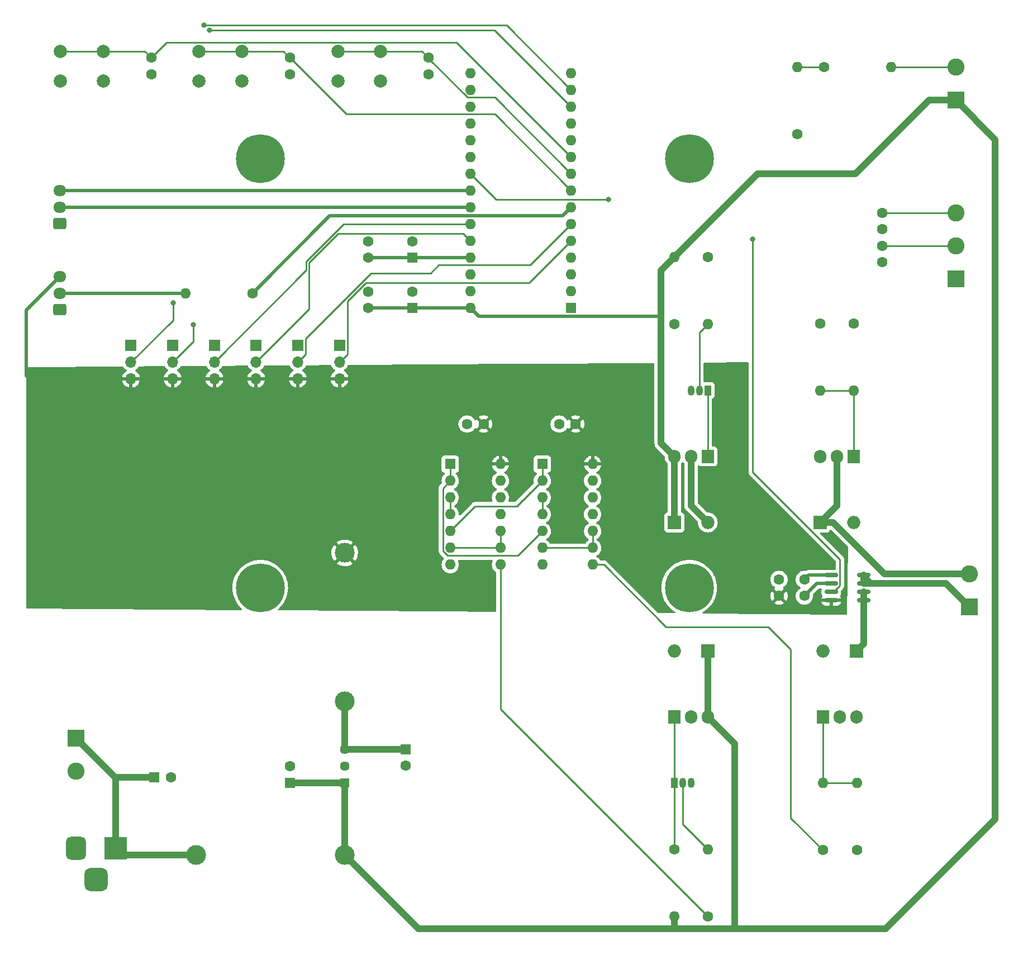
<source format=gbr>
G04 #@! TF.GenerationSoftware,KiCad,Pcbnew,(6.0.2)*
G04 #@! TF.CreationDate,2022-02-23T22:00:32+01:00*
G04 #@! TF.ProjectId,garagen_pcb,67617261-6765-46e5-9f70-63622e6b6963,rev?*
G04 #@! TF.SameCoordinates,Original*
G04 #@! TF.FileFunction,Copper,L1,Top*
G04 #@! TF.FilePolarity,Positive*
%FSLAX46Y46*%
G04 Gerber Fmt 4.6, Leading zero omitted, Abs format (unit mm)*
G04 Created by KiCad (PCBNEW (6.0.2)) date 2022-02-23 22:00:32*
%MOMM*%
%LPD*%
G01*
G04 APERTURE LIST*
G04 Aperture macros list*
%AMRoundRect*
0 Rectangle with rounded corners*
0 $1 Rounding radius*
0 $2 $3 $4 $5 $6 $7 $8 $9 X,Y pos of 4 corners*
0 Add a 4 corners polygon primitive as box body*
4,1,4,$2,$3,$4,$5,$6,$7,$8,$9,$2,$3,0*
0 Add four circle primitives for the rounded corners*
1,1,$1+$1,$2,$3*
1,1,$1+$1,$4,$5*
1,1,$1+$1,$6,$7*
1,1,$1+$1,$8,$9*
0 Add four rect primitives between the rounded corners*
20,1,$1+$1,$2,$3,$4,$5,0*
20,1,$1+$1,$4,$5,$6,$7,0*
20,1,$1+$1,$6,$7,$8,$9,0*
20,1,$1+$1,$8,$9,$2,$3,0*%
G04 Aperture macros list end*
G04 #@! TA.AperFunction,ComponentPad*
%ADD10C,1.600000*%
G04 #@! TD*
G04 #@! TA.AperFunction,ComponentPad*
%ADD11O,1.600000X1.600000*%
G04 #@! TD*
G04 #@! TA.AperFunction,ComponentPad*
%ADD12R,3.500000X3.500000*%
G04 #@! TD*
G04 #@! TA.AperFunction,ComponentPad*
%ADD13RoundRect,0.750000X-0.750000X-1.000000X0.750000X-1.000000X0.750000X1.000000X-0.750000X1.000000X0*%
G04 #@! TD*
G04 #@! TA.AperFunction,ComponentPad*
%ADD14RoundRect,0.875000X-0.875000X-0.875000X0.875000X-0.875000X0.875000X0.875000X-0.875000X0.875000X0*%
G04 #@! TD*
G04 #@! TA.AperFunction,ComponentPad*
%ADD15RoundRect,0.250000X0.725000X-0.600000X0.725000X0.600000X-0.725000X0.600000X-0.725000X-0.600000X0*%
G04 #@! TD*
G04 #@! TA.AperFunction,ComponentPad*
%ADD16O,1.950000X1.700000*%
G04 #@! TD*
G04 #@! TA.AperFunction,ComponentPad*
%ADD17R,1.448000X1.448000*%
G04 #@! TD*
G04 #@! TA.AperFunction,ComponentPad*
%ADD18C,1.448000*%
G04 #@! TD*
G04 #@! TA.AperFunction,SMDPad,CuDef*
%ADD19RoundRect,0.150000X0.825000X0.150000X-0.825000X0.150000X-0.825000X-0.150000X0.825000X-0.150000X0*%
G04 #@! TD*
G04 #@! TA.AperFunction,ComponentPad*
%ADD20R,1.600000X1.600000*%
G04 #@! TD*
G04 #@! TA.AperFunction,ComponentPad*
%ADD21C,0.800000*%
G04 #@! TD*
G04 #@! TA.AperFunction,ComponentPad*
%ADD22C,7.400000*%
G04 #@! TD*
G04 #@! TA.AperFunction,ComponentPad*
%ADD23R,1.700000X1.700000*%
G04 #@! TD*
G04 #@! TA.AperFunction,ComponentPad*
%ADD24O,1.700000X1.700000*%
G04 #@! TD*
G04 #@! TA.AperFunction,ComponentPad*
%ADD25R,2.600000X2.600000*%
G04 #@! TD*
G04 #@! TA.AperFunction,ComponentPad*
%ADD26C,2.600000*%
G04 #@! TD*
G04 #@! TA.AperFunction,ComponentPad*
%ADD27R,2.000000X2.000000*%
G04 #@! TD*
G04 #@! TA.AperFunction,ComponentPad*
%ADD28O,2.000000X2.000000*%
G04 #@! TD*
G04 #@! TA.AperFunction,ComponentPad*
%ADD29R,1.050000X1.500000*%
G04 #@! TD*
G04 #@! TA.AperFunction,ComponentPad*
%ADD30O,1.050000X1.500000*%
G04 #@! TD*
G04 #@! TA.AperFunction,ComponentPad*
%ADD31C,3.000000*%
G04 #@! TD*
G04 #@! TA.AperFunction,ComponentPad*
%ADD32R,1.905000X2.000000*%
G04 #@! TD*
G04 #@! TA.AperFunction,ComponentPad*
%ADD33O,1.905000X2.000000*%
G04 #@! TD*
G04 #@! TA.AperFunction,ComponentPad*
%ADD34C,2.000000*%
G04 #@! TD*
G04 #@! TA.AperFunction,ViaPad*
%ADD35C,0.800000*%
G04 #@! TD*
G04 #@! TA.AperFunction,Conductor*
%ADD36C,0.500000*%
G04 #@! TD*
G04 #@! TA.AperFunction,Conductor*
%ADD37C,0.250000*%
G04 #@! TD*
G04 #@! TA.AperFunction,Conductor*
%ADD38C,1.000000*%
G04 #@! TD*
G04 APERTURE END LIST*
D10*
X156032200Y-65435200D03*
D11*
X156032200Y-75595200D03*
D12*
X44201600Y-144990900D03*
D13*
X38201600Y-144990900D03*
D14*
X41201600Y-149690900D03*
D15*
X35712400Y-50339000D03*
D16*
X35712400Y-47839000D03*
X35712400Y-45339000D03*
D10*
X70612960Y-25211400D03*
X70612960Y-27711400D03*
D17*
X78917800Y-135051800D03*
D18*
X78917800Y-132511800D03*
X78917800Y-129971800D03*
D19*
X157592800Y-107399000D03*
X157592800Y-106129000D03*
X157592800Y-104859000D03*
X157592800Y-103589000D03*
X152642800Y-103589000D03*
X152642800Y-104859000D03*
X152642800Y-106129000D03*
X152642800Y-107399000D03*
D20*
X108867150Y-86761400D03*
D11*
X108867150Y-89301400D03*
X108867150Y-91841400D03*
X108867150Y-94381400D03*
X108867150Y-96921400D03*
X108867150Y-99461400D03*
X108867150Y-102001400D03*
X116487150Y-102001400D03*
X116487150Y-99461400D03*
X116487150Y-96921400D03*
X116487150Y-94381400D03*
X116487150Y-91841400D03*
X116487150Y-89301400D03*
X116487150Y-86761400D03*
D10*
X160324800Y-53699400D03*
X160324800Y-56199400D03*
D21*
X133077021Y-103549379D03*
X128339800Y-105511600D03*
X129152579Y-107473821D03*
D22*
X131114800Y-105511600D03*
D21*
X131114800Y-102736600D03*
X131114800Y-108286600D03*
X133889800Y-105511600D03*
X133077021Y-107473821D03*
X129152579Y-103549379D03*
D10*
X144729200Y-106744000D03*
X144729200Y-104244000D03*
D23*
X59166760Y-68747400D03*
D24*
X59166760Y-71287400D03*
X59166760Y-73827400D03*
D10*
X147464400Y-36808400D03*
D11*
X147464400Y-26648400D03*
D10*
X148564600Y-106744000D03*
X148564600Y-104244000D03*
D20*
X94907150Y-86761400D03*
D11*
X94907150Y-89301400D03*
X94907150Y-91841400D03*
X94907150Y-94381400D03*
X94907150Y-96921400D03*
X94907150Y-99461400D03*
X94907150Y-102001400D03*
X102527150Y-102001400D03*
X102527150Y-99461400D03*
X102527150Y-96921400D03*
X102527150Y-94381400D03*
X102527150Y-91841400D03*
X102527150Y-89301400D03*
X102527150Y-86761400D03*
D23*
X52847240Y-68747400D03*
D24*
X52847240Y-71287400D03*
X52847240Y-73827400D03*
D10*
X160324800Y-48699400D03*
X160324800Y-51199400D03*
X49582720Y-25211400D03*
X49582720Y-27711400D03*
D25*
X171526200Y-31648400D03*
D26*
X171526200Y-26648400D03*
D10*
X150952200Y-65435200D03*
D11*
X150952200Y-75595200D03*
D10*
X64922400Y-60898400D03*
D11*
X54762400Y-60898400D03*
D15*
X35712400Y-63398400D03*
D16*
X35712400Y-60898400D03*
X35712400Y-58398400D03*
D10*
X82433000Y-63119000D03*
X82433000Y-60619000D03*
D21*
X68077021Y-38549379D03*
X66114800Y-43286600D03*
X64152579Y-42473821D03*
X68889800Y-40511600D03*
X66114800Y-37736600D03*
X63339800Y-40511600D03*
D22*
X66114800Y-40511600D03*
D21*
X68077021Y-42473821D03*
X64152579Y-38549379D03*
D27*
X150952200Y-95595200D03*
D28*
X156032200Y-95595200D03*
D27*
X128854200Y-95595200D03*
D28*
X133934200Y-95595200D03*
D29*
X133934200Y-75595200D03*
D30*
X132664200Y-75595200D03*
X131394200Y-75595200D03*
D27*
X133934200Y-115102600D03*
D28*
X128854200Y-115102600D03*
D21*
X66114800Y-108286600D03*
D22*
X66114800Y-105511600D03*
D21*
X64152579Y-103549379D03*
X68077021Y-103549379D03*
X66114800Y-102736600D03*
X68077021Y-107473821D03*
X64152579Y-107473821D03*
X63339800Y-105511600D03*
X68889800Y-105511600D03*
D20*
X88112600Y-129971800D03*
D10*
X88112600Y-132471800D03*
D27*
X156438600Y-115102600D03*
D28*
X151358600Y-115102600D03*
D10*
X151358600Y-145262600D03*
D11*
X151358600Y-135102600D03*
D23*
X71805800Y-68747400D03*
D24*
X71805800Y-71287400D03*
X71805800Y-73827400D03*
D31*
X78917800Y-145999200D03*
X56417800Y-145999200D03*
D32*
X133934200Y-85595200D03*
D33*
X131394200Y-85595200D03*
X128854200Y-85595200D03*
D31*
X78917800Y-100207400D03*
X78917800Y-122707400D03*
D10*
X91643200Y-25211400D03*
X91643200Y-27711400D03*
D20*
X70586600Y-135051800D03*
D10*
X70586600Y-132551800D03*
D34*
X84378080Y-24211400D03*
X77878080Y-24211400D03*
X84378080Y-28711400D03*
X77878080Y-28711400D03*
D10*
X113917150Y-80700800D03*
X111417150Y-80700800D03*
D34*
X56847840Y-24211400D03*
X63347840Y-24211400D03*
X56847840Y-28711400D03*
X63347840Y-28711400D03*
D23*
X78125320Y-68747400D03*
D24*
X78125320Y-71287400D03*
X78125320Y-73827400D03*
D10*
X82433000Y-55499000D03*
X82433000Y-52999000D03*
D32*
X128854200Y-125102600D03*
D33*
X131394200Y-125102600D03*
X133934200Y-125102600D03*
D23*
X65486280Y-68747400D03*
D24*
X65486280Y-71287400D03*
X65486280Y-73827400D03*
D20*
X89164000Y-63119000D03*
D10*
X89164000Y-60619000D03*
X133934200Y-55435200D03*
D11*
X133934200Y-65595200D03*
D25*
X173558200Y-108384200D03*
D26*
X173558200Y-103384200D03*
D25*
X38201600Y-128295400D03*
D26*
X38201600Y-133295400D03*
D29*
X128854200Y-135102600D03*
D30*
X130124200Y-135102600D03*
X131394200Y-135102600D03*
D10*
X151528400Y-26648400D03*
D11*
X161688400Y-26648400D03*
D32*
X156032200Y-85595200D03*
D33*
X153492200Y-85595200D03*
X150952200Y-85595200D03*
D10*
X133934200Y-155262600D03*
D11*
X133934200Y-145102600D03*
D32*
X151358600Y-125102600D03*
D33*
X153898600Y-125102600D03*
X156438600Y-125102600D03*
D10*
X128854200Y-65595200D03*
D11*
X128854200Y-55435200D03*
D23*
X46527720Y-68747400D03*
D24*
X46527720Y-71287400D03*
X46527720Y-73827400D03*
D20*
X89164000Y-55499000D03*
D10*
X89164000Y-52999000D03*
D20*
X113233200Y-63119000D03*
D11*
X113233200Y-60579000D03*
X113233200Y-58039000D03*
X113233200Y-55499000D03*
X113233200Y-52959000D03*
X113233200Y-50419000D03*
X113233200Y-47879000D03*
X113233200Y-45339000D03*
X113233200Y-42799000D03*
X113233200Y-40259000D03*
X113233200Y-37719000D03*
X113233200Y-35179000D03*
X113233200Y-32639000D03*
X113233200Y-30099000D03*
X113233200Y-27559000D03*
X97993200Y-27559000D03*
X97993200Y-30099000D03*
X97993200Y-32639000D03*
X97993200Y-35179000D03*
X97993200Y-37719000D03*
X97993200Y-40259000D03*
X97993200Y-42799000D03*
X97993200Y-45339000D03*
X97993200Y-47879000D03*
X97993200Y-50419000D03*
X97993200Y-52959000D03*
X97993200Y-55499000D03*
X97993200Y-58039000D03*
X97993200Y-60579000D03*
X97993200Y-63119000D03*
D25*
X171526200Y-58699400D03*
D26*
X171526200Y-53699400D03*
X171526200Y-48699400D03*
D34*
X35817600Y-24211400D03*
X42317600Y-24211400D03*
X42317600Y-28711400D03*
X35817600Y-28711400D03*
D20*
X50063400Y-134264400D03*
D10*
X52563400Y-134264400D03*
D21*
X129152579Y-42473821D03*
X133077021Y-42473821D03*
D22*
X131114800Y-40511600D03*
D21*
X131114800Y-37736600D03*
X131114800Y-43286600D03*
X133077021Y-38549379D03*
X128339800Y-40511600D03*
X129152579Y-38549379D03*
X133889800Y-40511600D03*
D10*
X99957150Y-80700800D03*
X97457150Y-80700800D03*
X156565600Y-145262600D03*
D11*
X156565600Y-135102600D03*
D10*
X128854200Y-145102600D03*
D11*
X128854200Y-155262600D03*
D35*
X58434979Y-21019100D03*
X55956200Y-65633600D03*
X57581800Y-20294600D03*
X52882800Y-62306200D03*
X118897400Y-46659800D03*
X140741400Y-52730400D03*
D36*
X149219600Y-103589000D02*
X148564600Y-104244000D01*
X152642800Y-103589000D02*
X149219600Y-103589000D01*
D37*
X106959400Y-59232800D02*
X113233200Y-52959000D01*
X82143600Y-59258200D02*
X106959400Y-59258200D01*
X106959400Y-59258200D02*
X106959400Y-59232800D01*
X79299831Y-70112889D02*
X79299831Y-62101969D01*
X78125320Y-71287400D02*
X79299831Y-70112889D01*
X79299831Y-62101969D02*
X82143600Y-59258200D01*
X72980311Y-67785771D02*
X72980311Y-70112889D01*
X72980311Y-70112889D02*
X71805800Y-71287400D01*
X113233200Y-50419000D02*
X107028689Y-56623511D01*
X82904882Y-57861200D02*
X72980311Y-67785771D01*
X93160289Y-56623511D02*
X91922600Y-57861200D01*
X91922600Y-57861200D02*
X82904882Y-57861200D01*
X107028689Y-56623511D02*
X93160289Y-56623511D01*
X101613300Y-21019100D02*
X58434979Y-21019100D01*
X55956200Y-68178440D02*
X52847240Y-71287400D01*
X102006400Y-21412200D02*
X101613300Y-21019100D01*
X55956200Y-65633600D02*
X55956200Y-68178440D01*
X113233200Y-32639000D02*
X102006400Y-21412200D01*
X113233200Y-40259000D02*
X95861089Y-22886889D01*
X48582720Y-24211400D02*
X49582720Y-25211400D01*
X35817600Y-24211400D02*
X48582720Y-24211400D01*
X51907231Y-22886889D02*
X49582720Y-25211400D01*
X95861089Y-22886889D02*
X51907231Y-22886889D01*
D36*
X64922400Y-60898400D02*
X76651311Y-49169489D01*
X111942711Y-49169489D02*
X113233200Y-47879000D01*
X76651311Y-49169489D02*
X111942711Y-49169489D01*
X97993200Y-45339000D02*
X35712400Y-45339000D01*
D37*
X52882800Y-64932320D02*
X46527720Y-71287400D01*
X103428800Y-20294600D02*
X57581800Y-20294600D01*
X113233200Y-30099000D02*
X103428800Y-20294600D01*
X52882800Y-62306200D02*
X52882800Y-64932320D01*
X78713882Y-50419000D02*
X97993200Y-50419000D01*
X73083480Y-57370680D02*
X73083480Y-56049402D01*
X73083480Y-56049402D02*
X78713882Y-50419000D01*
X59166760Y-71287400D02*
X73083480Y-57370680D01*
X105026750Y-93141800D02*
X108867150Y-89301400D01*
X108867150Y-86761400D02*
X108867150Y-89301400D01*
X98686750Y-93141800D02*
X105026750Y-93141800D01*
X94907150Y-96921400D02*
X98686750Y-93141800D01*
D36*
X82433000Y-55499000D02*
X97993200Y-55499000D01*
D37*
X93782639Y-99927189D02*
X94490250Y-100634800D01*
X94907150Y-89301400D02*
X93782639Y-90425911D01*
X105153750Y-100634800D02*
X108867150Y-96921400D01*
X94490250Y-100634800D02*
X105153750Y-100634800D01*
X94907150Y-86761400D02*
X94907150Y-89301400D01*
X93782639Y-90425911D02*
X93782639Y-99927189D01*
X73533000Y-63240680D02*
X65486280Y-71287400D01*
X73533000Y-56235600D02*
X73533000Y-63240680D01*
X97993200Y-52959000D02*
X96908689Y-51874489D01*
X96908689Y-51874489D02*
X77894111Y-51874489D01*
X77894111Y-51874489D02*
X73533000Y-56235600D01*
X101854000Y-46659800D02*
X97993200Y-42799000D01*
X153942320Y-101186520D02*
X140741400Y-87985600D01*
X140741400Y-87985600D02*
X140741400Y-52730400D01*
X153942320Y-105205552D02*
X153942320Y-101186520D01*
X152642800Y-106129000D02*
X153018872Y-106129000D01*
X118897400Y-46659800D02*
X101854000Y-46659800D01*
X153018872Y-106129000D02*
X153942320Y-105205552D01*
D36*
X97953200Y-47839000D02*
X97993200Y-47879000D01*
X35712400Y-47839000D02*
X97953200Y-47839000D01*
X152642800Y-104859000D02*
X150449600Y-104859000D01*
X150449600Y-104859000D02*
X148564600Y-106744000D01*
D37*
X128854200Y-135102600D02*
X128854200Y-145102600D01*
X128854200Y-135102600D02*
X128854200Y-125102600D01*
X133934200Y-75595200D02*
X133934200Y-85595200D01*
D38*
X128854200Y-85595200D02*
X126873000Y-83614000D01*
X126873000Y-83614000D02*
X126873000Y-64363600D01*
D36*
X126868089Y-64368511D02*
X126873000Y-64363600D01*
D38*
X137998200Y-157200600D02*
X137998200Y-129166600D01*
X78917800Y-145999200D02*
X78917800Y-135051800D01*
X70586600Y-135051800D02*
X78917800Y-135051800D01*
X177495200Y-140614400D02*
X177495200Y-37617400D01*
D36*
X97993200Y-63119000D02*
X99242711Y-64368511D01*
D38*
X133934200Y-125102600D02*
X133934200Y-115102600D01*
X137998200Y-129166600D02*
X133934200Y-125102600D01*
X156286200Y-42824400D02*
X167462200Y-31648400D01*
X128854200Y-157200600D02*
X90119200Y-157200600D01*
X167462200Y-31648400D02*
X171526200Y-31648400D01*
X128854200Y-55435200D02*
X141465000Y-42824400D01*
X141465000Y-42824400D02*
X156286200Y-42824400D01*
X177495200Y-37617400D02*
X171526200Y-31648400D01*
X90119200Y-157200600D02*
X78917800Y-145999200D01*
X128854200Y-95595200D02*
X128854200Y-85595200D01*
X128854200Y-155262600D02*
X128854200Y-157200600D01*
X126873000Y-64363600D02*
X126873000Y-57416400D01*
X160909000Y-157200600D02*
X177495200Y-140614400D01*
D36*
X99242711Y-64368511D02*
X126868089Y-64368511D01*
D38*
X126873000Y-57416400D02*
X128854200Y-55435200D01*
D36*
X82433000Y-63119000D02*
X97993200Y-63119000D01*
D38*
X137998200Y-157200600D02*
X160909000Y-157200600D01*
X137998200Y-157200600D02*
X128854200Y-157200600D01*
D37*
X151358600Y-135102600D02*
X151358600Y-125102600D01*
X156565600Y-135102600D02*
X151358600Y-135102600D01*
X156032200Y-75595200D02*
X156032200Y-85595200D01*
X150952200Y-75595200D02*
X156032200Y-75595200D01*
X171526200Y-26648400D02*
X161688400Y-26648400D01*
D38*
X44201600Y-134295400D02*
X44201600Y-144990900D01*
X56417800Y-145999200D02*
X45209900Y-145999200D01*
X44232600Y-134264400D02*
X44201600Y-134295400D01*
X45209900Y-145999200D02*
X44201600Y-144990900D01*
X50063400Y-134264400D02*
X44232600Y-134264400D01*
X38201600Y-128295400D02*
X44201600Y-134295400D01*
X78917800Y-129971800D02*
X88112600Y-129971800D01*
X78917800Y-129971800D02*
X78917800Y-122707400D01*
D37*
X160324800Y-53699400D02*
X171526200Y-53699400D01*
X171526200Y-48699400D02*
X160324800Y-48699400D01*
X151528400Y-26648400D02*
X147464400Y-26648400D01*
D36*
X54762400Y-60898400D02*
X35712400Y-60898400D01*
D37*
X130124200Y-135102600D02*
X130124200Y-141292600D01*
X130124200Y-141292600D02*
X133934200Y-145102600D01*
X132664200Y-66865200D02*
X133934200Y-65595200D01*
X132664200Y-75595200D02*
X132664200Y-66865200D01*
X70612960Y-25211400D02*
X79165071Y-33763511D01*
X69612960Y-24211400D02*
X70612960Y-25211400D01*
X56847840Y-24211400D02*
X69612960Y-24211400D01*
X79165071Y-33763511D02*
X101657711Y-33763511D01*
X101657711Y-33763511D02*
X113233200Y-45339000D01*
X91643200Y-25339300D02*
X97527411Y-31223511D01*
X97527411Y-31223511D02*
X101657711Y-31223511D01*
X77878080Y-24211400D02*
X90643200Y-24211400D01*
X91643200Y-25211400D02*
X91643200Y-25339300D01*
X90643200Y-24211400D02*
X91643200Y-25211400D01*
X101657711Y-31223511D02*
X113233200Y-42799000D01*
D38*
X131394200Y-85595200D02*
X131394200Y-93055200D01*
X131394200Y-93055200D02*
X133934200Y-95595200D01*
X160741200Y-103384200D02*
X173558200Y-103384200D01*
X150952200Y-95595200D02*
X152952200Y-95595200D01*
X153492200Y-85595200D02*
X153492200Y-93055200D01*
X153492200Y-93055200D02*
X150952200Y-95595200D01*
X152952200Y-95595200D02*
X160741200Y-103384200D01*
X157592800Y-106129000D02*
X157592800Y-113948400D01*
X157592800Y-113948400D02*
X156438600Y-115102600D01*
X157592800Y-104859000D02*
X157592800Y-103589000D01*
X157592800Y-103589000D02*
X157592800Y-103821000D01*
X173558200Y-108384200D02*
X170033000Y-104859000D01*
X157592800Y-103821000D02*
X158630800Y-104859000D01*
X170033000Y-104859000D02*
X158630800Y-104859000D01*
X158630800Y-104859000D02*
X157592800Y-104859000D01*
D37*
X133934200Y-155262600D02*
X102527150Y-123855550D01*
X102527150Y-123855550D02*
X102527150Y-102001400D01*
X146481800Y-114833400D02*
X146481800Y-140385800D01*
X127637778Y-111455200D02*
X143103600Y-111455200D01*
X116487150Y-102001400D02*
X118183978Y-102001400D01*
X118183978Y-102001400D02*
X127637778Y-111455200D01*
X143103600Y-111455200D02*
X146481800Y-114833400D01*
X146481800Y-140385800D02*
X151358600Y-145262600D01*
X102527150Y-96921400D02*
X102527150Y-99461400D01*
X102527150Y-99461400D02*
X94907150Y-99461400D01*
X94907150Y-91841400D02*
X94907150Y-94381400D01*
X116487150Y-96921400D02*
X116487150Y-99461400D01*
X116487150Y-99461400D02*
X108867150Y-99461400D01*
X108867150Y-91841400D02*
X108867150Y-94381400D01*
D36*
X30632400Y-63478400D02*
X30632400Y-73406000D01*
X35712400Y-58398400D02*
X30632400Y-63478400D01*
G04 #@! TA.AperFunction,Conductor*
G36*
X140049330Y-71371431D02*
G01*
X140096171Y-71424783D01*
X140107900Y-71477870D01*
X140107900Y-87906833D01*
X140107373Y-87918016D01*
X140105698Y-87925509D01*
X140105947Y-87933435D01*
X140105947Y-87933436D01*
X140107838Y-87993586D01*
X140107900Y-87997545D01*
X140107900Y-88025456D01*
X140108397Y-88029390D01*
X140108397Y-88029391D01*
X140108405Y-88029456D01*
X140109338Y-88041293D01*
X140110727Y-88085489D01*
X140116378Y-88104939D01*
X140120387Y-88124300D01*
X140122926Y-88144397D01*
X140125845Y-88151768D01*
X140125845Y-88151770D01*
X140139204Y-88185512D01*
X140143049Y-88196742D01*
X140155382Y-88239193D01*
X140159415Y-88246012D01*
X140159417Y-88246017D01*
X140165693Y-88256628D01*
X140174388Y-88274376D01*
X140181848Y-88293217D01*
X140186510Y-88299633D01*
X140186510Y-88299634D01*
X140207836Y-88328987D01*
X140214352Y-88338907D01*
X140236858Y-88376962D01*
X140251179Y-88391283D01*
X140264019Y-88406316D01*
X140275928Y-88422707D01*
X140282034Y-88427758D01*
X140310005Y-88450898D01*
X140318784Y-88458888D01*
X153271915Y-101412020D01*
X153305941Y-101474332D01*
X153308820Y-101501115D01*
X153308820Y-102654500D01*
X153288818Y-102722621D01*
X153235162Y-102769114D01*
X153182820Y-102780500D01*
X151751298Y-102780500D01*
X151748850Y-102780693D01*
X151748842Y-102780693D01*
X151720379Y-102782933D01*
X151720374Y-102782934D01*
X151713969Y-102783438D01*
X151707793Y-102785232D01*
X151707789Y-102785233D01*
X151569198Y-102825497D01*
X151534046Y-102830500D01*
X149286670Y-102830500D01*
X149267720Y-102829067D01*
X149253485Y-102826901D01*
X149253481Y-102826901D01*
X149246251Y-102825801D01*
X149238959Y-102826394D01*
X149238956Y-102826394D01*
X149193582Y-102830085D01*
X149183367Y-102830500D01*
X149175307Y-102830500D01*
X149171673Y-102830924D01*
X149171667Y-102830924D01*
X149160090Y-102832274D01*
X149147080Y-102833791D01*
X149142732Y-102834221D01*
X149069964Y-102840140D01*
X149063003Y-102842395D01*
X149057063Y-102843582D01*
X149051188Y-102844971D01*
X149043919Y-102845818D01*
X148975270Y-102870736D01*
X148971142Y-102872153D01*
X148908664Y-102892393D01*
X148908662Y-102892394D01*
X148901701Y-102894649D01*
X148895446Y-102898445D01*
X148889972Y-102900951D01*
X148884543Y-102903670D01*
X148877663Y-102906167D01*
X148844598Y-102927846D01*
X148776664Y-102948468D01*
X148764537Y-102947994D01*
X148564600Y-102930502D01*
X148336513Y-102950457D01*
X148331200Y-102951881D01*
X148331198Y-102951881D01*
X148120667Y-103008293D01*
X148120665Y-103008294D01*
X148115357Y-103009716D01*
X148110376Y-103012039D01*
X148110375Y-103012039D01*
X147912838Y-103104151D01*
X147912833Y-103104154D01*
X147907851Y-103106477D01*
X147812792Y-103173038D01*
X147724811Y-103234643D01*
X147724808Y-103234645D01*
X147720300Y-103237802D01*
X147558402Y-103399700D01*
X147427077Y-103587251D01*
X147424754Y-103592233D01*
X147424751Y-103592238D01*
X147337123Y-103780159D01*
X147330316Y-103794757D01*
X147328894Y-103800065D01*
X147328893Y-103800067D01*
X147301273Y-103903146D01*
X147271057Y-104015913D01*
X147251102Y-104244000D01*
X147271057Y-104472087D01*
X147272481Y-104477400D01*
X147272481Y-104477402D01*
X147314857Y-104635548D01*
X147330316Y-104693243D01*
X147332639Y-104698224D01*
X147332639Y-104698225D01*
X147424751Y-104895762D01*
X147424754Y-104895767D01*
X147427077Y-104900749D01*
X147558402Y-105088300D01*
X147720300Y-105250198D01*
X147724808Y-105253355D01*
X147724811Y-105253357D01*
X147770833Y-105285582D01*
X147907851Y-105381523D01*
X147912833Y-105383846D01*
X147914627Y-105384882D01*
X147963619Y-105436266D01*
X147977054Y-105505979D01*
X147950666Y-105571890D01*
X147914627Y-105603118D01*
X147912833Y-105604154D01*
X147907851Y-105606477D01*
X147839403Y-105654405D01*
X147724811Y-105734643D01*
X147724808Y-105734645D01*
X147720300Y-105737802D01*
X147558402Y-105899700D01*
X147555245Y-105904208D01*
X147555243Y-105904211D01*
X147547711Y-105914968D01*
X147427077Y-106087251D01*
X147424754Y-106092233D01*
X147424751Y-106092238D01*
X147424634Y-106092489D01*
X147330316Y-106294757D01*
X147328894Y-106300065D01*
X147328893Y-106300067D01*
X147308434Y-106376421D01*
X147271057Y-106515913D01*
X147251102Y-106744000D01*
X147271057Y-106972087D01*
X147272481Y-106977400D01*
X147272481Y-106977402D01*
X147316507Y-107141706D01*
X147330316Y-107193243D01*
X147332639Y-107198224D01*
X147332639Y-107198225D01*
X147424751Y-107395762D01*
X147424754Y-107395767D01*
X147427077Y-107400749D01*
X147558402Y-107588300D01*
X147720300Y-107750198D01*
X147724808Y-107753355D01*
X147724811Y-107753357D01*
X147798265Y-107804790D01*
X147907851Y-107881523D01*
X147912833Y-107883846D01*
X147912838Y-107883849D01*
X148039445Y-107942886D01*
X148115357Y-107978284D01*
X148120665Y-107979706D01*
X148120667Y-107979707D01*
X148331198Y-108036119D01*
X148331200Y-108036119D01*
X148336513Y-108037543D01*
X148564600Y-108057498D01*
X148792687Y-108037543D01*
X148798000Y-108036119D01*
X148798002Y-108036119D01*
X149008533Y-107979707D01*
X149008535Y-107979706D01*
X149013843Y-107978284D01*
X149089755Y-107942886D01*
X149216362Y-107883849D01*
X149216367Y-107883846D01*
X149221349Y-107881523D01*
X149330935Y-107804790D01*
X149404389Y-107753357D01*
X149404392Y-107753355D01*
X149408900Y-107750198D01*
X149494227Y-107664871D01*
X151166256Y-107664871D01*
X151206907Y-107804790D01*
X151213152Y-107819221D01*
X151289711Y-107948678D01*
X151299351Y-107961104D01*
X151405696Y-108067449D01*
X151418122Y-108077089D01*
X151547579Y-108153648D01*
X151562010Y-108159893D01*
X151707865Y-108202269D01*
X151720467Y-108204570D01*
X151748884Y-108206807D01*
X151753814Y-108207000D01*
X152370685Y-108207000D01*
X152385924Y-108202525D01*
X152387129Y-108201135D01*
X152388800Y-108193452D01*
X152388800Y-108188884D01*
X152896800Y-108188884D01*
X152901275Y-108204123D01*
X152902665Y-108205328D01*
X152910348Y-108206999D01*
X153531784Y-108206999D01*
X153536720Y-108206805D01*
X153565136Y-108204570D01*
X153577731Y-108202270D01*
X153723590Y-108159893D01*
X153738021Y-108153648D01*
X153867478Y-108077089D01*
X153879904Y-108067449D01*
X153986249Y-107961104D01*
X153995889Y-107948678D01*
X154072448Y-107819221D01*
X154078693Y-107804790D01*
X154117739Y-107670395D01*
X154117699Y-107656294D01*
X154110430Y-107653000D01*
X152914915Y-107653000D01*
X152899676Y-107657475D01*
X152898471Y-107658865D01*
X152896800Y-107666548D01*
X152896800Y-108188884D01*
X152388800Y-108188884D01*
X152388800Y-107671115D01*
X152384325Y-107655876D01*
X152382935Y-107654671D01*
X152375252Y-107653000D01*
X151180922Y-107653000D01*
X151167391Y-107656973D01*
X151166256Y-107664871D01*
X149494227Y-107664871D01*
X149570798Y-107588300D01*
X149702123Y-107400749D01*
X149704446Y-107395767D01*
X149704449Y-107395762D01*
X149796561Y-107198225D01*
X149796561Y-107198224D01*
X149798884Y-107193243D01*
X149812694Y-107141706D01*
X149856719Y-106977402D01*
X149856719Y-106977400D01*
X149858143Y-106972087D01*
X149878098Y-106744000D01*
X149863845Y-106581087D01*
X149877834Y-106511482D01*
X149900271Y-106481010D01*
X150726876Y-105654405D01*
X150789188Y-105620379D01*
X150815971Y-105617500D01*
X151069281Y-105617500D01*
X151137402Y-105637502D01*
X151183895Y-105691158D01*
X151193999Y-105761432D01*
X151190278Y-105778652D01*
X151164542Y-105867237D01*
X151162238Y-105875169D01*
X151159300Y-105912498D01*
X151159300Y-106345502D01*
X151159493Y-106347950D01*
X151159493Y-106347958D01*
X151161384Y-106371978D01*
X151162238Y-106382831D01*
X151164033Y-106389008D01*
X151202494Y-106521393D01*
X151208655Y-106542601D01*
X151293347Y-106685807D01*
X151296287Y-106688747D01*
X151321620Y-106753266D01*
X151307721Y-106822889D01*
X151295674Y-106841636D01*
X151289710Y-106849324D01*
X151213152Y-106978779D01*
X151206907Y-106993210D01*
X151167861Y-107127605D01*
X151167901Y-107141706D01*
X151175170Y-107145000D01*
X154104678Y-107145000D01*
X154118209Y-107141027D01*
X154119344Y-107133129D01*
X154078693Y-106993210D01*
X154072448Y-106978779D01*
X153995889Y-106849323D01*
X153989929Y-106841640D01*
X153963980Y-106775556D01*
X153977878Y-106705933D01*
X153988221Y-106689839D01*
X153992253Y-106685807D01*
X154076945Y-106542601D01*
X154083107Y-106521393D01*
X154121567Y-106389008D01*
X154123362Y-106382831D01*
X154124217Y-106371978D01*
X154126107Y-106347958D01*
X154126107Y-106347950D01*
X154126300Y-106345502D01*
X154126300Y-105969666D01*
X154146302Y-105901545D01*
X154163205Y-105880571D01*
X154334567Y-105709209D01*
X154342857Y-105701665D01*
X154349338Y-105697552D01*
X154395979Y-105647884D01*
X154398733Y-105645043D01*
X154418455Y-105625321D01*
X154420939Y-105622119D01*
X154428637Y-105613107D01*
X154453481Y-105586650D01*
X154458906Y-105580873D01*
X154468667Y-105563118D01*
X154479518Y-105546599D01*
X154491934Y-105530593D01*
X154502461Y-105506267D01*
X154509494Y-105490015D01*
X154514711Y-105479365D01*
X154536015Y-105440612D01*
X154541053Y-105420989D01*
X154547457Y-105402286D01*
X154552353Y-105390972D01*
X154552353Y-105390971D01*
X154555501Y-105383697D01*
X154556740Y-105375874D01*
X154556743Y-105375864D01*
X154562419Y-105340028D01*
X154564825Y-105328408D01*
X154573848Y-105293263D01*
X154573848Y-105293262D01*
X154575820Y-105285582D01*
X154575820Y-105265328D01*
X154577371Y-105245617D01*
X154579300Y-105233438D01*
X154580540Y-105225609D01*
X154576379Y-105181590D01*
X154575820Y-105169733D01*
X154575820Y-101265287D01*
X154576347Y-101254104D01*
X154578022Y-101246611D01*
X154575882Y-101178534D01*
X154575820Y-101174575D01*
X154575820Y-101146664D01*
X154575315Y-101142664D01*
X154574382Y-101130821D01*
X154573242Y-101094549D01*
X154572993Y-101086630D01*
X154567342Y-101067178D01*
X154563334Y-101047826D01*
X154561787Y-101035583D01*
X154560794Y-101027723D01*
X154557876Y-101020352D01*
X154544520Y-100986617D01*
X154540675Y-100975390D01*
X154536250Y-100960159D01*
X154528338Y-100932927D01*
X154518027Y-100915492D01*
X154509332Y-100897744D01*
X154501872Y-100878903D01*
X154475884Y-100843133D01*
X154469368Y-100833213D01*
X154450900Y-100801985D01*
X154450898Y-100801982D01*
X154446862Y-100795158D01*
X154432541Y-100780837D01*
X154419700Y-100765803D01*
X154412451Y-100755826D01*
X154407792Y-100749413D01*
X154373715Y-100721222D01*
X154364936Y-100713232D01*
X150970499Y-97318795D01*
X150936473Y-97256483D01*
X150941538Y-97185668D01*
X150984085Y-97128832D01*
X151050605Y-97104021D01*
X151059594Y-97103700D01*
X152000334Y-97103700D01*
X152062516Y-97096945D01*
X152198905Y-97045815D01*
X152315461Y-96958461D01*
X152402815Y-96841905D01*
X152434966Y-96756143D01*
X152477608Y-96699379D01*
X152544169Y-96674679D01*
X152613518Y-96689887D01*
X152642043Y-96711278D01*
X155152705Y-99221940D01*
X155186731Y-99284252D01*
X155189600Y-99312533D01*
X155069579Y-109367652D01*
X155068852Y-109428596D01*
X155048038Y-109496473D01*
X154993832Y-109542322D01*
X154941964Y-109553089D01*
X133268511Y-109398738D01*
X133200534Y-109378251D01*
X133154425Y-109324266D01*
X133144821Y-109253922D01*
X133174774Y-109189553D01*
X133207171Y-109163185D01*
X133369873Y-109070758D01*
X133369881Y-109070753D01*
X133372546Y-109069239D01*
X133386758Y-109059214D01*
X133706404Y-108833728D01*
X133708936Y-108831942D01*
X133729213Y-108814440D01*
X134018226Y-108564970D01*
X134020564Y-108562952D01*
X134022685Y-108560725D01*
X134022691Y-108560719D01*
X134302338Y-108267060D01*
X134304455Y-108264837D01*
X134349643Y-108207000D01*
X134555991Y-107942886D01*
X134555993Y-107942883D01*
X134557901Y-107940441D01*
X134559557Y-107937831D01*
X134559563Y-107937823D01*
X134627950Y-107830062D01*
X144007693Y-107830062D01*
X144016989Y-107842077D01*
X144068194Y-107877931D01*
X144077689Y-107883414D01*
X144275147Y-107975490D01*
X144285439Y-107979236D01*
X144495888Y-108035625D01*
X144506681Y-108037528D01*
X144723725Y-108056517D01*
X144734675Y-108056517D01*
X144951719Y-108037528D01*
X144962512Y-108035625D01*
X145172961Y-107979236D01*
X145183253Y-107975490D01*
X145380711Y-107883414D01*
X145390206Y-107877931D01*
X145442248Y-107841491D01*
X145450624Y-107831012D01*
X145443556Y-107817566D01*
X144742012Y-107116022D01*
X144728068Y-107108408D01*
X144726235Y-107108539D01*
X144719620Y-107112790D01*
X144014123Y-107818287D01*
X144007693Y-107830062D01*
X134627950Y-107830062D01*
X134776829Y-107595466D01*
X134776831Y-107595463D01*
X134778482Y-107592861D01*
X134964092Y-107225415D01*
X134965202Y-107222554D01*
X135111845Y-106844487D01*
X135111848Y-106844477D01*
X135112960Y-106841611D01*
X135138685Y-106749475D01*
X143416683Y-106749475D01*
X143435672Y-106966519D01*
X143437575Y-106977312D01*
X143493964Y-107187761D01*
X143497710Y-107198053D01*
X143589786Y-107395511D01*
X143595269Y-107405006D01*
X143631709Y-107457048D01*
X143642188Y-107465424D01*
X143655634Y-107458356D01*
X144357178Y-106756812D01*
X144363556Y-106745132D01*
X145093608Y-106745132D01*
X145093739Y-106746965D01*
X145097990Y-106753580D01*
X145803487Y-107459077D01*
X145815262Y-107465507D01*
X145827277Y-107456211D01*
X145863131Y-107405006D01*
X145868614Y-107395511D01*
X145960690Y-107198053D01*
X145964436Y-107187761D01*
X146020825Y-106977312D01*
X146022728Y-106966519D01*
X146041717Y-106749475D01*
X146041717Y-106738525D01*
X146022728Y-106521481D01*
X146020825Y-106510688D01*
X145964436Y-106300239D01*
X145960690Y-106289947D01*
X145868614Y-106092489D01*
X145863131Y-106082994D01*
X145826691Y-106030952D01*
X145816212Y-106022576D01*
X145802766Y-106029644D01*
X145101222Y-106731188D01*
X145093608Y-106745132D01*
X144363556Y-106745132D01*
X144364792Y-106742868D01*
X144364661Y-106741035D01*
X144360410Y-106734420D01*
X143654913Y-106028923D01*
X143643138Y-106022493D01*
X143631123Y-106031789D01*
X143595269Y-106082994D01*
X143589786Y-106092489D01*
X143497710Y-106289947D01*
X143493964Y-106300239D01*
X143437575Y-106510688D01*
X143435672Y-106521481D01*
X143416683Y-106738525D01*
X143416683Y-106749475D01*
X135138685Y-106749475D01*
X135223665Y-106445111D01*
X135295150Y-106039701D01*
X135320580Y-105709209D01*
X135326582Y-105631203D01*
X135326582Y-105631194D01*
X135326732Y-105629250D01*
X135328375Y-105511600D01*
X135327320Y-105490015D01*
X135315590Y-105250198D01*
X135308265Y-105100427D01*
X135248128Y-104693179D01*
X135148538Y-104293743D01*
X135130826Y-104244000D01*
X143415702Y-104244000D01*
X143435657Y-104472087D01*
X143437081Y-104477400D01*
X143437081Y-104477402D01*
X143479457Y-104635548D01*
X143494916Y-104693243D01*
X143497239Y-104698224D01*
X143497239Y-104698225D01*
X143589351Y-104895762D01*
X143589354Y-104895767D01*
X143591677Y-104900749D01*
X143723002Y-105088300D01*
X143884900Y-105250198D01*
X143889408Y-105253355D01*
X143889411Y-105253357D01*
X143935433Y-105285582D01*
X144072451Y-105381523D01*
X144077435Y-105383847D01*
X144079728Y-105385171D01*
X144128721Y-105436553D01*
X144142157Y-105506267D01*
X144115771Y-105572178D01*
X144079728Y-105603409D01*
X144068198Y-105610066D01*
X144016152Y-105646509D01*
X144007776Y-105656988D01*
X144014844Y-105670434D01*
X144716388Y-106371978D01*
X144730332Y-106379592D01*
X144732165Y-106379461D01*
X144738780Y-106375210D01*
X145444277Y-105669713D01*
X145450707Y-105657938D01*
X145441411Y-105645923D01*
X145390202Y-105610066D01*
X145378672Y-105603409D01*
X145329679Y-105552027D01*
X145316242Y-105482313D01*
X145342629Y-105416402D01*
X145378672Y-105385171D01*
X145380965Y-105383847D01*
X145385949Y-105381523D01*
X145522967Y-105285582D01*
X145568989Y-105253357D01*
X145568992Y-105253355D01*
X145573500Y-105250198D01*
X145735398Y-105088300D01*
X145866723Y-104900749D01*
X145869046Y-104895767D01*
X145869049Y-104895762D01*
X145961161Y-104698225D01*
X145961161Y-104698224D01*
X145963484Y-104693243D01*
X145978944Y-104635548D01*
X146021319Y-104477402D01*
X146021319Y-104477400D01*
X146022743Y-104472087D01*
X146042698Y-104244000D01*
X146022743Y-104015913D01*
X145992527Y-103903146D01*
X145964907Y-103800067D01*
X145964906Y-103800065D01*
X145963484Y-103794757D01*
X145956677Y-103780159D01*
X145869049Y-103592238D01*
X145869046Y-103592233D01*
X145866723Y-103587251D01*
X145735398Y-103399700D01*
X145573500Y-103237802D01*
X145568992Y-103234645D01*
X145568989Y-103234643D01*
X145481008Y-103173038D01*
X145385949Y-103106477D01*
X145380967Y-103104154D01*
X145380962Y-103104151D01*
X145183425Y-103012039D01*
X145183424Y-103012039D01*
X145178443Y-103009716D01*
X145173135Y-103008294D01*
X145173133Y-103008293D01*
X144962602Y-102951881D01*
X144962600Y-102951881D01*
X144957287Y-102950457D01*
X144729200Y-102930502D01*
X144501113Y-102950457D01*
X144495800Y-102951881D01*
X144495798Y-102951881D01*
X144285267Y-103008293D01*
X144285265Y-103008294D01*
X144279957Y-103009716D01*
X144274976Y-103012039D01*
X144274975Y-103012039D01*
X144077438Y-103104151D01*
X144077433Y-103104154D01*
X144072451Y-103106477D01*
X143977392Y-103173038D01*
X143889411Y-103234643D01*
X143889408Y-103234645D01*
X143884900Y-103237802D01*
X143723002Y-103399700D01*
X143591677Y-103587251D01*
X143589354Y-103592233D01*
X143589351Y-103592238D01*
X143501723Y-103780159D01*
X143494916Y-103794757D01*
X143493494Y-103800065D01*
X143493493Y-103800067D01*
X143465873Y-103903146D01*
X143435657Y-104015913D01*
X143415702Y-104244000D01*
X135130826Y-104244000D01*
X135127500Y-104234660D01*
X135011476Y-103908830D01*
X135010444Y-103905931D01*
X134835166Y-103533446D01*
X134805968Y-103484465D01*
X134704885Y-103314898D01*
X134624376Y-103179843D01*
X134380087Y-102848497D01*
X134378031Y-102846214D01*
X134378024Y-102846205D01*
X134106699Y-102544868D01*
X134106691Y-102544860D01*
X134104630Y-102542571D01*
X133800634Y-102264985D01*
X133471001Y-102018388D01*
X133405823Y-101978915D01*
X133121506Y-101806726D01*
X133121497Y-101806721D01*
X133118878Y-101805135D01*
X132747626Y-101627260D01*
X132744737Y-101626208D01*
X132744731Y-101626206D01*
X132363687Y-101487518D01*
X132363684Y-101487517D01*
X132360788Y-101486463D01*
X132024821Y-101400201D01*
X131965041Y-101384852D01*
X131965038Y-101384851D01*
X131962057Y-101384086D01*
X131555239Y-101321107D01*
X131144216Y-101298128D01*
X131141137Y-101298257D01*
X131141134Y-101298257D01*
X130871657Y-101309551D01*
X130732913Y-101315366D01*
X130729869Y-101315794D01*
X130729867Y-101315794D01*
X130556617Y-101340143D01*
X130325255Y-101372659D01*
X129925133Y-101469459D01*
X129536367Y-101604841D01*
X129533569Y-101606134D01*
X129165464Y-101776222D01*
X129165454Y-101776227D01*
X129162667Y-101777515D01*
X128807601Y-101985831D01*
X128760248Y-102020235D01*
X128477039Y-102225998D01*
X128477033Y-102226003D01*
X128474558Y-102227801D01*
X128472272Y-102229830D01*
X128472269Y-102229833D01*
X128434752Y-102263142D01*
X128166716Y-102501116D01*
X128164637Y-102503361D01*
X128164630Y-102503368D01*
X127908003Y-102780500D01*
X127887014Y-102803166D01*
X127638122Y-103131069D01*
X127626621Y-103149764D01*
X127472860Y-103399700D01*
X127422416Y-103481695D01*
X127241954Y-103851696D01*
X127240883Y-103854577D01*
X127240880Y-103854583D01*
X127178845Y-104021393D01*
X127098460Y-104237542D01*
X126993302Y-104635548D01*
X126927484Y-105041917D01*
X126927291Y-105044990D01*
X126927290Y-105044996D01*
X126903924Y-105416402D01*
X126901636Y-105452769D01*
X126901744Y-105455858D01*
X126911726Y-105741699D01*
X126916003Y-105864183D01*
X126916409Y-105867227D01*
X126916410Y-105867237D01*
X126930077Y-105969666D01*
X126970448Y-106272231D01*
X126971148Y-106275215D01*
X126971149Y-106275221D01*
X127063749Y-106670022D01*
X127064452Y-106673019D01*
X127197117Y-107062720D01*
X127367177Y-107437616D01*
X127573010Y-107794128D01*
X127574799Y-107796626D01*
X127574801Y-107796630D01*
X127775590Y-108077089D01*
X127812649Y-108128853D01*
X127814676Y-108131168D01*
X127814678Y-108131171D01*
X127929571Y-108262412D01*
X128083808Y-108438595D01*
X128383898Y-108720399D01*
X128710056Y-108971574D01*
X128712659Y-108973201D01*
X128712664Y-108973204D01*
X128832997Y-109048396D01*
X128947418Y-109119894D01*
X128971274Y-109134801D01*
X129018444Y-109187862D01*
X129029439Y-109258002D01*
X129000768Y-109322952D01*
X128941534Y-109362091D01*
X128903607Y-109367652D01*
X127116927Y-109354929D01*
X126480172Y-109350394D01*
X126412196Y-109329907D01*
X126391975Y-109313492D01*
X118687630Y-101609147D01*
X118680090Y-101600861D01*
X118675978Y-101594382D01*
X118626326Y-101547756D01*
X118623485Y-101545002D01*
X118603748Y-101525265D01*
X118600551Y-101522785D01*
X118591529Y-101515080D01*
X118565078Y-101490241D01*
X118559299Y-101484814D01*
X118552353Y-101480995D01*
X118552350Y-101480993D01*
X118541544Y-101475052D01*
X118525025Y-101464201D01*
X118524561Y-101463841D01*
X118509019Y-101451786D01*
X118501750Y-101448641D01*
X118501746Y-101448638D01*
X118468441Y-101434226D01*
X118457791Y-101429009D01*
X118419038Y-101407705D01*
X118399415Y-101402667D01*
X118380712Y-101396263D01*
X118369398Y-101391367D01*
X118369397Y-101391367D01*
X118362123Y-101388219D01*
X118354300Y-101386980D01*
X118354290Y-101386977D01*
X118318454Y-101381301D01*
X118306834Y-101378895D01*
X118271689Y-101369872D01*
X118271688Y-101369872D01*
X118264008Y-101367900D01*
X118243754Y-101367900D01*
X118224043Y-101366349D01*
X118211864Y-101364420D01*
X118204035Y-101363180D01*
X118196143Y-101363926D01*
X118160017Y-101367341D01*
X118148159Y-101367900D01*
X117706544Y-101367900D01*
X117638423Y-101347898D01*
X117603331Y-101314171D01*
X117496507Y-101161611D01*
X117496505Y-101161608D01*
X117493348Y-101157100D01*
X117331450Y-100995202D01*
X117326942Y-100992045D01*
X117326939Y-100992043D01*
X117232765Y-100926102D01*
X117143899Y-100863877D01*
X117138917Y-100861554D01*
X117138912Y-100861551D01*
X117104693Y-100845595D01*
X117051408Y-100798678D01*
X117031947Y-100730401D01*
X117052489Y-100662441D01*
X117104693Y-100617205D01*
X117138912Y-100601249D01*
X117138917Y-100601246D01*
X117143899Y-100598923D01*
X117259502Y-100517977D01*
X117326939Y-100470757D01*
X117326942Y-100470755D01*
X117331450Y-100467598D01*
X117493348Y-100305700D01*
X117624673Y-100118149D01*
X117626996Y-100113167D01*
X117626999Y-100113162D01*
X117719111Y-99915625D01*
X117719111Y-99915624D01*
X117721434Y-99910643D01*
X117741602Y-99835378D01*
X117779269Y-99694802D01*
X117779270Y-99694799D01*
X117780693Y-99689487D01*
X117800648Y-99461400D01*
X117780693Y-99233313D01*
X117721434Y-99012157D01*
X117712424Y-98992834D01*
X117626999Y-98809638D01*
X117626996Y-98809633D01*
X117624673Y-98804651D01*
X117551248Y-98699789D01*
X117496507Y-98621611D01*
X117496505Y-98621608D01*
X117493348Y-98617100D01*
X117331450Y-98455202D01*
X117326942Y-98452045D01*
X117326939Y-98452043D01*
X117174379Y-98345219D01*
X117130051Y-98289762D01*
X117120650Y-98242006D01*
X117120650Y-98140794D01*
X117140652Y-98072673D01*
X117174379Y-98037581D01*
X117326939Y-97930757D01*
X117326942Y-97930755D01*
X117331450Y-97927598D01*
X117493348Y-97765700D01*
X117624673Y-97578149D01*
X117626996Y-97573167D01*
X117626999Y-97573162D01*
X117719111Y-97375625D01*
X117719111Y-97375624D01*
X117721434Y-97370643D01*
X117744673Y-97283917D01*
X117779269Y-97154802D01*
X117779269Y-97154800D01*
X117780693Y-97149487D01*
X117800648Y-96921400D01*
X117780693Y-96693313D01*
X117775700Y-96674679D01*
X117722857Y-96477467D01*
X117722856Y-96477465D01*
X117721434Y-96472157D01*
X117632839Y-96282163D01*
X117626999Y-96269638D01*
X117626996Y-96269633D01*
X117624673Y-96264651D01*
X117493348Y-96077100D01*
X117331450Y-95915202D01*
X117326942Y-95912045D01*
X117326939Y-95912043D01*
X117205452Y-95826977D01*
X117143899Y-95783877D01*
X117138917Y-95781554D01*
X117138912Y-95781551D01*
X117104693Y-95765595D01*
X117051408Y-95718678D01*
X117031947Y-95650401D01*
X117052489Y-95582441D01*
X117104693Y-95537205D01*
X117138912Y-95521249D01*
X117138917Y-95521246D01*
X117143899Y-95518923D01*
X117248761Y-95445498D01*
X117326939Y-95390757D01*
X117326942Y-95390755D01*
X117331450Y-95387598D01*
X117493348Y-95225700D01*
X117624673Y-95038149D01*
X117626996Y-95033167D01*
X117626999Y-95033162D01*
X117719111Y-94835625D01*
X117719111Y-94835624D01*
X117721434Y-94830643D01*
X117724594Y-94818852D01*
X117779269Y-94614802D01*
X117779269Y-94614800D01*
X117780693Y-94609487D01*
X117800648Y-94381400D01*
X117780693Y-94153313D01*
X117777510Y-94141433D01*
X117722857Y-93937467D01*
X117722856Y-93937465D01*
X117721434Y-93932157D01*
X117715407Y-93919232D01*
X117626999Y-93729638D01*
X117626996Y-93729633D01*
X117624673Y-93724651D01*
X117493348Y-93537100D01*
X117331450Y-93375202D01*
X117326942Y-93372045D01*
X117326939Y-93372043D01*
X117183724Y-93271763D01*
X117143899Y-93243877D01*
X117138917Y-93241554D01*
X117138912Y-93241551D01*
X117104693Y-93225595D01*
X117051408Y-93178678D01*
X117031947Y-93110401D01*
X117052489Y-93042441D01*
X117104693Y-92997205D01*
X117138912Y-92981249D01*
X117138917Y-92981246D01*
X117143899Y-92978923D01*
X117248761Y-92905498D01*
X117326939Y-92850757D01*
X117326942Y-92850755D01*
X117331450Y-92847598D01*
X117493348Y-92685700D01*
X117499911Y-92676328D01*
X117571007Y-92574792D01*
X117624673Y-92498149D01*
X117626996Y-92493167D01*
X117626999Y-92493162D01*
X117719111Y-92295625D01*
X117719111Y-92295624D01*
X117721434Y-92290643D01*
X117780693Y-92069487D01*
X117800648Y-91841400D01*
X117780693Y-91613313D01*
X117721434Y-91392157D01*
X117719111Y-91387175D01*
X117626999Y-91189638D01*
X117626996Y-91189633D01*
X117624673Y-91184651D01*
X117493348Y-90997100D01*
X117331450Y-90835202D01*
X117326942Y-90832045D01*
X117326939Y-90832043D01*
X117248761Y-90777302D01*
X117143899Y-90703877D01*
X117138917Y-90701554D01*
X117138912Y-90701551D01*
X117104693Y-90685595D01*
X117051408Y-90638678D01*
X117031947Y-90570401D01*
X117052489Y-90502441D01*
X117104693Y-90457205D01*
X117138912Y-90441249D01*
X117138917Y-90441246D01*
X117143899Y-90438923D01*
X117265453Y-90353810D01*
X117326939Y-90310757D01*
X117326942Y-90310755D01*
X117331450Y-90307598D01*
X117493348Y-90145700D01*
X117524739Y-90100870D01*
X117563991Y-90044811D01*
X117624673Y-89958149D01*
X117626996Y-89953167D01*
X117626999Y-89953162D01*
X117719111Y-89755625D01*
X117719111Y-89755624D01*
X117721434Y-89750643D01*
X117744673Y-89663917D01*
X117779269Y-89534802D01*
X117779269Y-89534800D01*
X117780693Y-89529487D01*
X117800648Y-89301400D01*
X117780693Y-89073313D01*
X117721434Y-88852157D01*
X117719111Y-88847175D01*
X117626999Y-88649638D01*
X117626996Y-88649633D01*
X117624673Y-88644651D01*
X117493348Y-88457100D01*
X117331450Y-88295202D01*
X117326942Y-88292045D01*
X117326939Y-88292043D01*
X117240593Y-88231583D01*
X117143899Y-88163877D01*
X117138917Y-88161554D01*
X117138912Y-88161551D01*
X117104101Y-88145319D01*
X117050816Y-88098402D01*
X117031355Y-88030125D01*
X117051897Y-87962165D01*
X117104101Y-87916929D01*
X117138661Y-87900814D01*
X117148157Y-87895331D01*
X117326617Y-87770372D01*
X117335025Y-87763316D01*
X117489066Y-87609275D01*
X117496122Y-87600867D01*
X117621081Y-87422407D01*
X117626564Y-87412911D01*
X117718640Y-87215453D01*
X117722386Y-87205161D01*
X117768544Y-87032897D01*
X117768208Y-87018801D01*
X117760266Y-87015400D01*
X115219183Y-87015400D01*
X115205652Y-87019373D01*
X115204423Y-87027922D01*
X115251914Y-87205161D01*
X115255660Y-87215453D01*
X115347736Y-87412911D01*
X115353219Y-87422407D01*
X115478178Y-87600867D01*
X115485234Y-87609275D01*
X115639275Y-87763316D01*
X115647683Y-87770372D01*
X115826143Y-87895331D01*
X115835639Y-87900814D01*
X115870199Y-87916929D01*
X115923484Y-87963846D01*
X115942945Y-88032123D01*
X115922403Y-88100083D01*
X115870199Y-88145319D01*
X115835388Y-88161551D01*
X115835383Y-88161554D01*
X115830401Y-88163877D01*
X115733707Y-88231583D01*
X115647361Y-88292043D01*
X115647358Y-88292045D01*
X115642850Y-88295202D01*
X115480952Y-88457100D01*
X115349627Y-88644651D01*
X115347304Y-88649633D01*
X115347301Y-88649638D01*
X115255189Y-88847175D01*
X115252866Y-88852157D01*
X115193607Y-89073313D01*
X115173652Y-89301400D01*
X115193607Y-89529487D01*
X115195031Y-89534800D01*
X115195031Y-89534802D01*
X115229628Y-89663917D01*
X115252866Y-89750643D01*
X115255189Y-89755624D01*
X115255189Y-89755625D01*
X115347301Y-89953162D01*
X115347304Y-89953167D01*
X115349627Y-89958149D01*
X115410309Y-90044811D01*
X115449562Y-90100870D01*
X115480952Y-90145700D01*
X115642850Y-90307598D01*
X115647358Y-90310755D01*
X115647361Y-90310757D01*
X115708847Y-90353810D01*
X115830401Y-90438923D01*
X115835383Y-90441246D01*
X115835388Y-90441249D01*
X115869607Y-90457205D01*
X115922892Y-90504122D01*
X115942353Y-90572399D01*
X115921811Y-90640359D01*
X115869607Y-90685595D01*
X115835388Y-90701551D01*
X115835383Y-90701554D01*
X115830401Y-90703877D01*
X115725539Y-90777302D01*
X115647361Y-90832043D01*
X115647358Y-90832045D01*
X115642850Y-90835202D01*
X115480952Y-90997100D01*
X115349627Y-91184651D01*
X115347304Y-91189633D01*
X115347301Y-91189638D01*
X115255189Y-91387175D01*
X115252866Y-91392157D01*
X115193607Y-91613313D01*
X115173652Y-91841400D01*
X115193607Y-92069487D01*
X115252866Y-92290643D01*
X115255189Y-92295624D01*
X115255189Y-92295625D01*
X115347301Y-92493162D01*
X115347304Y-92493167D01*
X115349627Y-92498149D01*
X115403293Y-92574792D01*
X115474390Y-92676328D01*
X115480952Y-92685700D01*
X115642850Y-92847598D01*
X115647358Y-92850755D01*
X115647361Y-92850757D01*
X115725539Y-92905498D01*
X115830401Y-92978923D01*
X115835383Y-92981246D01*
X115835388Y-92981249D01*
X115869607Y-92997205D01*
X115922892Y-93044122D01*
X115942353Y-93112399D01*
X115921811Y-93180359D01*
X115869607Y-93225595D01*
X115835388Y-93241551D01*
X115835383Y-93241554D01*
X115830401Y-93243877D01*
X115790576Y-93271763D01*
X115647361Y-93372043D01*
X115647358Y-93372045D01*
X115642850Y-93375202D01*
X115480952Y-93537100D01*
X115349627Y-93724651D01*
X115347304Y-93729633D01*
X115347301Y-93729638D01*
X115258893Y-93919232D01*
X115252866Y-93932157D01*
X115251444Y-93937465D01*
X115251443Y-93937467D01*
X115196790Y-94141433D01*
X115193607Y-94153313D01*
X115173652Y-94381400D01*
X115193607Y-94609487D01*
X115195031Y-94614800D01*
X115195031Y-94614802D01*
X115249707Y-94818852D01*
X115252866Y-94830643D01*
X115255189Y-94835624D01*
X115255189Y-94835625D01*
X115347301Y-95033162D01*
X115347304Y-95033167D01*
X115349627Y-95038149D01*
X115480952Y-95225700D01*
X115642850Y-95387598D01*
X115647358Y-95390755D01*
X115647361Y-95390757D01*
X115725539Y-95445498D01*
X115830401Y-95518923D01*
X115835383Y-95521246D01*
X115835388Y-95521249D01*
X115869607Y-95537205D01*
X115922892Y-95584122D01*
X115942353Y-95652399D01*
X115921811Y-95720359D01*
X115869607Y-95765595D01*
X115835388Y-95781551D01*
X115835383Y-95781554D01*
X115830401Y-95783877D01*
X115768848Y-95826977D01*
X115647361Y-95912043D01*
X115647358Y-95912045D01*
X115642850Y-95915202D01*
X115480952Y-96077100D01*
X115349627Y-96264651D01*
X115347304Y-96269633D01*
X115347301Y-96269638D01*
X115341461Y-96282163D01*
X115252866Y-96472157D01*
X115251444Y-96477465D01*
X115251443Y-96477467D01*
X115198600Y-96674679D01*
X115193607Y-96693313D01*
X115173652Y-96921400D01*
X115193607Y-97149487D01*
X115195031Y-97154800D01*
X115195031Y-97154802D01*
X115229628Y-97283917D01*
X115252866Y-97370643D01*
X115255189Y-97375624D01*
X115255189Y-97375625D01*
X115347301Y-97573162D01*
X115347304Y-97573167D01*
X115349627Y-97578149D01*
X115480952Y-97765700D01*
X115642850Y-97927598D01*
X115647358Y-97930755D01*
X115647361Y-97930757D01*
X115799921Y-98037581D01*
X115844249Y-98093038D01*
X115853650Y-98140794D01*
X115853650Y-98242006D01*
X115833648Y-98310127D01*
X115799921Y-98345219D01*
X115647361Y-98452043D01*
X115647358Y-98452045D01*
X115642850Y-98455202D01*
X115480952Y-98617100D01*
X115477795Y-98621608D01*
X115477793Y-98621611D01*
X115370969Y-98774171D01*
X115315512Y-98818499D01*
X115267756Y-98827900D01*
X110086544Y-98827900D01*
X110018423Y-98807898D01*
X109983331Y-98774171D01*
X109876507Y-98621611D01*
X109876505Y-98621608D01*
X109873348Y-98617100D01*
X109711450Y-98455202D01*
X109706942Y-98452045D01*
X109706939Y-98452043D01*
X109554378Y-98345219D01*
X109523899Y-98323877D01*
X109518917Y-98321554D01*
X109518912Y-98321551D01*
X109484693Y-98305595D01*
X109431408Y-98258678D01*
X109411947Y-98190401D01*
X109432489Y-98122441D01*
X109484693Y-98077205D01*
X109518912Y-98061249D01*
X109518917Y-98061246D01*
X109523899Y-98058923D01*
X109628761Y-97985498D01*
X109706939Y-97930757D01*
X109706942Y-97930755D01*
X109711450Y-97927598D01*
X109873348Y-97765700D01*
X110004673Y-97578149D01*
X110006996Y-97573167D01*
X110006999Y-97573162D01*
X110099111Y-97375625D01*
X110099111Y-97375624D01*
X110101434Y-97370643D01*
X110124673Y-97283917D01*
X110159269Y-97154802D01*
X110159269Y-97154800D01*
X110160693Y-97149487D01*
X110180648Y-96921400D01*
X110160693Y-96693313D01*
X110155700Y-96674679D01*
X110102857Y-96477467D01*
X110102856Y-96477465D01*
X110101434Y-96472157D01*
X110012839Y-96282163D01*
X110006999Y-96269638D01*
X110006996Y-96269633D01*
X110004673Y-96264651D01*
X109873348Y-96077100D01*
X109711450Y-95915202D01*
X109706942Y-95912045D01*
X109706939Y-95912043D01*
X109585452Y-95826977D01*
X109523899Y-95783877D01*
X109518917Y-95781554D01*
X109518912Y-95781551D01*
X109484693Y-95765595D01*
X109431408Y-95718678D01*
X109411947Y-95650401D01*
X109432489Y-95582441D01*
X109484693Y-95537205D01*
X109518912Y-95521249D01*
X109518917Y-95521246D01*
X109523899Y-95518923D01*
X109628761Y-95445498D01*
X109706939Y-95390757D01*
X109706942Y-95390755D01*
X109711450Y-95387598D01*
X109873348Y-95225700D01*
X110004673Y-95038149D01*
X110006996Y-95033167D01*
X110006999Y-95033162D01*
X110099111Y-94835625D01*
X110099111Y-94835624D01*
X110101434Y-94830643D01*
X110104594Y-94818852D01*
X110159269Y-94614802D01*
X110159269Y-94614800D01*
X110160693Y-94609487D01*
X110180648Y-94381400D01*
X110160693Y-94153313D01*
X110157510Y-94141433D01*
X110102857Y-93937467D01*
X110102856Y-93937465D01*
X110101434Y-93932157D01*
X110095407Y-93919232D01*
X110006999Y-93729638D01*
X110006996Y-93729633D01*
X110004673Y-93724651D01*
X109873348Y-93537100D01*
X109711450Y-93375202D01*
X109706942Y-93372045D01*
X109706939Y-93372043D01*
X109554379Y-93265219D01*
X109510051Y-93209762D01*
X109500650Y-93162006D01*
X109500650Y-93060794D01*
X109520652Y-92992673D01*
X109554379Y-92957581D01*
X109706939Y-92850757D01*
X109706942Y-92850755D01*
X109711450Y-92847598D01*
X109873348Y-92685700D01*
X109879911Y-92676328D01*
X109951007Y-92574792D01*
X110004673Y-92498149D01*
X110006996Y-92493167D01*
X110006999Y-92493162D01*
X110099111Y-92295625D01*
X110099111Y-92295624D01*
X110101434Y-92290643D01*
X110160693Y-92069487D01*
X110180648Y-91841400D01*
X110160693Y-91613313D01*
X110101434Y-91392157D01*
X110099111Y-91387175D01*
X110006999Y-91189638D01*
X110006996Y-91189633D01*
X110004673Y-91184651D01*
X109873348Y-90997100D01*
X109711450Y-90835202D01*
X109706942Y-90832045D01*
X109706939Y-90832043D01*
X109628761Y-90777302D01*
X109523899Y-90703877D01*
X109518917Y-90701554D01*
X109518912Y-90701551D01*
X109484693Y-90685595D01*
X109431408Y-90638678D01*
X109411947Y-90570401D01*
X109432489Y-90502441D01*
X109484693Y-90457205D01*
X109518912Y-90441249D01*
X109518917Y-90441246D01*
X109523899Y-90438923D01*
X109645453Y-90353810D01*
X109706939Y-90310757D01*
X109706942Y-90310755D01*
X109711450Y-90307598D01*
X109873348Y-90145700D01*
X109904739Y-90100870D01*
X109943991Y-90044811D01*
X110004673Y-89958149D01*
X110006996Y-89953167D01*
X110006999Y-89953162D01*
X110099111Y-89755625D01*
X110099111Y-89755624D01*
X110101434Y-89750643D01*
X110124673Y-89663917D01*
X110159269Y-89534802D01*
X110159269Y-89534800D01*
X110160693Y-89529487D01*
X110180648Y-89301400D01*
X110160693Y-89073313D01*
X110101434Y-88852157D01*
X110099111Y-88847175D01*
X110006999Y-88649638D01*
X110006996Y-88649633D01*
X110004673Y-88644651D01*
X109873348Y-88457100D01*
X109711450Y-88295202D01*
X109706939Y-88292043D01*
X109702726Y-88288508D01*
X109703677Y-88287374D01*
X109663679Y-88237329D01*
X109656374Y-88166710D01*
X109688408Y-88103351D01*
X109749612Y-88067370D01*
X109766667Y-88064318D01*
X109777466Y-88063145D01*
X109913855Y-88012015D01*
X110030411Y-87924661D01*
X110117765Y-87808105D01*
X110168895Y-87671716D01*
X110175650Y-87609534D01*
X110175650Y-86489903D01*
X115205756Y-86489903D01*
X115206092Y-86503999D01*
X115214034Y-86507400D01*
X116215035Y-86507400D01*
X116230274Y-86502925D01*
X116231479Y-86501535D01*
X116233150Y-86493852D01*
X116233150Y-86489285D01*
X116741150Y-86489285D01*
X116745625Y-86504524D01*
X116747015Y-86505729D01*
X116754698Y-86507400D01*
X117755117Y-86507400D01*
X117768648Y-86503427D01*
X117769877Y-86494878D01*
X117722386Y-86317639D01*
X117718640Y-86307347D01*
X117626564Y-86109889D01*
X117621081Y-86100393D01*
X117496122Y-85921933D01*
X117489066Y-85913525D01*
X117335025Y-85759484D01*
X117326617Y-85752428D01*
X117148157Y-85627469D01*
X117138661Y-85621986D01*
X116941203Y-85529910D01*
X116930911Y-85526164D01*
X116758647Y-85480006D01*
X116744551Y-85480342D01*
X116741150Y-85488284D01*
X116741150Y-86489285D01*
X116233150Y-86489285D01*
X116233150Y-85493433D01*
X116229177Y-85479902D01*
X116220628Y-85478673D01*
X116043389Y-85526164D01*
X116033097Y-85529910D01*
X115835639Y-85621986D01*
X115826143Y-85627469D01*
X115647683Y-85752428D01*
X115639275Y-85759484D01*
X115485234Y-85913525D01*
X115478178Y-85921933D01*
X115353219Y-86100393D01*
X115347736Y-86109889D01*
X115255660Y-86307347D01*
X115251914Y-86317639D01*
X115205756Y-86489903D01*
X110175650Y-86489903D01*
X110175650Y-85913266D01*
X110168895Y-85851084D01*
X110117765Y-85714695D01*
X110030411Y-85598139D01*
X109913855Y-85510785D01*
X109777466Y-85459655D01*
X109715284Y-85452900D01*
X108019016Y-85452900D01*
X107956834Y-85459655D01*
X107820445Y-85510785D01*
X107703889Y-85598139D01*
X107616535Y-85714695D01*
X107565405Y-85851084D01*
X107558650Y-85913266D01*
X107558650Y-87609534D01*
X107565405Y-87671716D01*
X107616535Y-87808105D01*
X107703889Y-87924661D01*
X107820445Y-88012015D01*
X107956834Y-88063145D01*
X107967624Y-88064317D01*
X107969756Y-88065203D01*
X107972372Y-88065825D01*
X107972271Y-88066248D01*
X108033185Y-88091555D01*
X108073613Y-88149917D01*
X108076072Y-88220871D01*
X108039779Y-88281890D01*
X108031119Y-88288889D01*
X108027357Y-88292046D01*
X108022850Y-88295202D01*
X107860952Y-88457100D01*
X107729627Y-88644651D01*
X107727304Y-88649633D01*
X107727301Y-88649638D01*
X107635189Y-88847175D01*
X107632866Y-88852157D01*
X107573607Y-89073313D01*
X107553652Y-89301400D01*
X107573607Y-89529487D01*
X107575030Y-89534798D01*
X107575032Y-89534809D01*
X107590609Y-89592941D01*
X107588920Y-89663917D01*
X107557998Y-89714648D01*
X104801250Y-92471395D01*
X104738938Y-92505421D01*
X104712155Y-92508300D01*
X103857720Y-92508300D01*
X103789599Y-92488298D01*
X103743106Y-92434642D01*
X103733002Y-92364368D01*
X103743525Y-92329051D01*
X103759109Y-92295630D01*
X103759111Y-92295625D01*
X103761434Y-92290643D01*
X103820693Y-92069487D01*
X103840648Y-91841400D01*
X103820693Y-91613313D01*
X103761434Y-91392157D01*
X103759111Y-91387175D01*
X103666999Y-91189638D01*
X103666996Y-91189633D01*
X103664673Y-91184651D01*
X103533348Y-90997100D01*
X103371450Y-90835202D01*
X103366942Y-90832045D01*
X103366939Y-90832043D01*
X103288761Y-90777302D01*
X103183899Y-90703877D01*
X103178917Y-90701554D01*
X103178912Y-90701551D01*
X103144693Y-90685595D01*
X103091408Y-90638678D01*
X103071947Y-90570401D01*
X103092489Y-90502441D01*
X103144693Y-90457205D01*
X103178912Y-90441249D01*
X103178917Y-90441246D01*
X103183899Y-90438923D01*
X103305453Y-90353810D01*
X103366939Y-90310757D01*
X103366942Y-90310755D01*
X103371450Y-90307598D01*
X103533348Y-90145700D01*
X103564739Y-90100870D01*
X103603991Y-90044811D01*
X103664673Y-89958149D01*
X103666996Y-89953167D01*
X103666999Y-89953162D01*
X103759111Y-89755625D01*
X103759111Y-89755624D01*
X103761434Y-89750643D01*
X103784673Y-89663917D01*
X103819269Y-89534802D01*
X103819269Y-89534800D01*
X103820693Y-89529487D01*
X103840648Y-89301400D01*
X103820693Y-89073313D01*
X103761434Y-88852157D01*
X103759111Y-88847175D01*
X103666999Y-88649638D01*
X103666996Y-88649633D01*
X103664673Y-88644651D01*
X103533348Y-88457100D01*
X103371450Y-88295202D01*
X103366942Y-88292045D01*
X103366939Y-88292043D01*
X103280593Y-88231583D01*
X103183899Y-88163877D01*
X103178917Y-88161554D01*
X103178912Y-88161551D01*
X103144101Y-88145319D01*
X103090816Y-88098402D01*
X103071355Y-88030125D01*
X103091897Y-87962165D01*
X103144101Y-87916929D01*
X103178661Y-87900814D01*
X103188157Y-87895331D01*
X103366617Y-87770372D01*
X103375025Y-87763316D01*
X103529066Y-87609275D01*
X103536122Y-87600867D01*
X103661081Y-87422407D01*
X103666564Y-87412911D01*
X103758640Y-87215453D01*
X103762386Y-87205161D01*
X103808544Y-87032897D01*
X103808208Y-87018801D01*
X103800266Y-87015400D01*
X101259183Y-87015400D01*
X101245652Y-87019373D01*
X101244423Y-87027922D01*
X101291914Y-87205161D01*
X101295660Y-87215453D01*
X101387736Y-87412911D01*
X101393219Y-87422407D01*
X101518178Y-87600867D01*
X101525234Y-87609275D01*
X101679275Y-87763316D01*
X101687683Y-87770372D01*
X101866143Y-87895331D01*
X101875639Y-87900814D01*
X101910199Y-87916929D01*
X101963484Y-87963846D01*
X101982945Y-88032123D01*
X101962403Y-88100083D01*
X101910199Y-88145319D01*
X101875388Y-88161551D01*
X101875383Y-88161554D01*
X101870401Y-88163877D01*
X101773707Y-88231583D01*
X101687361Y-88292043D01*
X101687358Y-88292045D01*
X101682850Y-88295202D01*
X101520952Y-88457100D01*
X101389627Y-88644651D01*
X101387304Y-88649633D01*
X101387301Y-88649638D01*
X101295189Y-88847175D01*
X101292866Y-88852157D01*
X101233607Y-89073313D01*
X101213652Y-89301400D01*
X101233607Y-89529487D01*
X101235031Y-89534800D01*
X101235031Y-89534802D01*
X101269628Y-89663917D01*
X101292866Y-89750643D01*
X101295189Y-89755624D01*
X101295189Y-89755625D01*
X101387301Y-89953162D01*
X101387304Y-89953167D01*
X101389627Y-89958149D01*
X101450309Y-90044811D01*
X101489562Y-90100870D01*
X101520952Y-90145700D01*
X101682850Y-90307598D01*
X101687358Y-90310755D01*
X101687361Y-90310757D01*
X101748847Y-90353810D01*
X101870401Y-90438923D01*
X101875383Y-90441246D01*
X101875388Y-90441249D01*
X101909607Y-90457205D01*
X101962892Y-90504122D01*
X101982353Y-90572399D01*
X101961811Y-90640359D01*
X101909607Y-90685595D01*
X101875388Y-90701551D01*
X101875383Y-90701554D01*
X101870401Y-90703877D01*
X101765539Y-90777302D01*
X101687361Y-90832043D01*
X101687358Y-90832045D01*
X101682850Y-90835202D01*
X101520952Y-90997100D01*
X101389627Y-91184651D01*
X101387304Y-91189633D01*
X101387301Y-91189638D01*
X101295189Y-91387175D01*
X101292866Y-91392157D01*
X101233607Y-91613313D01*
X101213652Y-91841400D01*
X101233607Y-92069487D01*
X101292866Y-92290643D01*
X101295189Y-92295625D01*
X101295191Y-92295630D01*
X101310775Y-92329051D01*
X101321436Y-92399243D01*
X101292455Y-92464055D01*
X101233035Y-92502911D01*
X101196580Y-92508300D01*
X98765518Y-92508300D01*
X98754335Y-92507773D01*
X98746842Y-92506098D01*
X98738916Y-92506347D01*
X98738915Y-92506347D01*
X98678752Y-92508238D01*
X98674794Y-92508300D01*
X98646894Y-92508300D01*
X98642904Y-92508804D01*
X98631070Y-92509736D01*
X98586861Y-92511126D01*
X98579245Y-92513339D01*
X98579243Y-92513339D01*
X98567402Y-92516779D01*
X98548043Y-92520788D01*
X98546733Y-92520954D01*
X98527953Y-92523326D01*
X98520587Y-92526242D01*
X98520581Y-92526244D01*
X98486848Y-92539600D01*
X98475618Y-92543445D01*
X98440767Y-92553570D01*
X98433157Y-92555781D01*
X98426334Y-92559816D01*
X98415716Y-92566095D01*
X98397963Y-92574792D01*
X98390318Y-92577819D01*
X98379133Y-92582248D01*
X98372718Y-92586909D01*
X98343362Y-92608237D01*
X98333445Y-92614751D01*
X98295388Y-92637258D01*
X98281067Y-92651579D01*
X98266034Y-92664419D01*
X98249643Y-92676328D01*
X98244592Y-92682434D01*
X98221452Y-92710405D01*
X98213462Y-92719184D01*
X96433739Y-94498906D01*
X96371427Y-94532932D01*
X96300611Y-94527867D01*
X96243776Y-94485320D01*
X96218965Y-94418800D01*
X96219124Y-94398828D01*
X96220169Y-94386885D01*
X96220169Y-94386875D01*
X96220648Y-94381400D01*
X96200693Y-94153313D01*
X96197510Y-94141433D01*
X96142857Y-93937467D01*
X96142856Y-93937465D01*
X96141434Y-93932157D01*
X96135407Y-93919232D01*
X96046999Y-93729638D01*
X96046996Y-93729633D01*
X96044673Y-93724651D01*
X95913348Y-93537100D01*
X95751450Y-93375202D01*
X95746942Y-93372045D01*
X95746939Y-93372043D01*
X95594379Y-93265219D01*
X95550051Y-93209762D01*
X95540650Y-93162006D01*
X95540650Y-93060794D01*
X95560652Y-92992673D01*
X95594379Y-92957581D01*
X95746939Y-92850757D01*
X95746942Y-92850755D01*
X95751450Y-92847598D01*
X95913348Y-92685700D01*
X95919911Y-92676328D01*
X95991007Y-92574792D01*
X96044673Y-92498149D01*
X96046996Y-92493167D01*
X96046999Y-92493162D01*
X96139111Y-92295625D01*
X96139111Y-92295624D01*
X96141434Y-92290643D01*
X96200693Y-92069487D01*
X96220648Y-91841400D01*
X96200693Y-91613313D01*
X96141434Y-91392157D01*
X96139111Y-91387175D01*
X96046999Y-91189638D01*
X96046996Y-91189633D01*
X96044673Y-91184651D01*
X95913348Y-90997100D01*
X95751450Y-90835202D01*
X95746942Y-90832045D01*
X95746939Y-90832043D01*
X95668761Y-90777302D01*
X95563899Y-90703877D01*
X95558917Y-90701554D01*
X95558912Y-90701551D01*
X95524693Y-90685595D01*
X95471408Y-90638678D01*
X95451947Y-90570401D01*
X95472489Y-90502441D01*
X95524693Y-90457205D01*
X95558912Y-90441249D01*
X95558917Y-90441246D01*
X95563899Y-90438923D01*
X95685453Y-90353810D01*
X95746939Y-90310757D01*
X95746942Y-90310755D01*
X95751450Y-90307598D01*
X95913348Y-90145700D01*
X95944739Y-90100870D01*
X95983991Y-90044811D01*
X96044673Y-89958149D01*
X96046996Y-89953167D01*
X96046999Y-89953162D01*
X96139111Y-89755625D01*
X96139111Y-89755624D01*
X96141434Y-89750643D01*
X96164673Y-89663917D01*
X96199269Y-89534802D01*
X96199269Y-89534800D01*
X96200693Y-89529487D01*
X96220648Y-89301400D01*
X96200693Y-89073313D01*
X96141434Y-88852157D01*
X96139111Y-88847175D01*
X96046999Y-88649638D01*
X96046996Y-88649633D01*
X96044673Y-88644651D01*
X95913348Y-88457100D01*
X95751450Y-88295202D01*
X95746939Y-88292043D01*
X95742726Y-88288508D01*
X95743677Y-88287374D01*
X95703679Y-88237329D01*
X95696374Y-88166710D01*
X95728408Y-88103351D01*
X95789612Y-88067370D01*
X95806667Y-88064318D01*
X95817466Y-88063145D01*
X95953855Y-88012015D01*
X96070411Y-87924661D01*
X96157765Y-87808105D01*
X96208895Y-87671716D01*
X96215650Y-87609534D01*
X96215650Y-86489903D01*
X101245756Y-86489903D01*
X101246092Y-86503999D01*
X101254034Y-86507400D01*
X102255035Y-86507400D01*
X102270274Y-86502925D01*
X102271479Y-86501535D01*
X102273150Y-86493852D01*
X102273150Y-86489285D01*
X102781150Y-86489285D01*
X102785625Y-86504524D01*
X102787015Y-86505729D01*
X102794698Y-86507400D01*
X103795117Y-86507400D01*
X103808648Y-86503427D01*
X103809877Y-86494878D01*
X103762386Y-86317639D01*
X103758640Y-86307347D01*
X103666564Y-86109889D01*
X103661081Y-86100393D01*
X103536122Y-85921933D01*
X103529066Y-85913525D01*
X103375025Y-85759484D01*
X103366617Y-85752428D01*
X103188157Y-85627469D01*
X103178661Y-85621986D01*
X102981203Y-85529910D01*
X102970911Y-85526164D01*
X102798647Y-85480006D01*
X102784551Y-85480342D01*
X102781150Y-85488284D01*
X102781150Y-86489285D01*
X102273150Y-86489285D01*
X102273150Y-85493433D01*
X102269177Y-85479902D01*
X102260628Y-85478673D01*
X102083389Y-85526164D01*
X102073097Y-85529910D01*
X101875639Y-85621986D01*
X101866143Y-85627469D01*
X101687683Y-85752428D01*
X101679275Y-85759484D01*
X101525234Y-85913525D01*
X101518178Y-85921933D01*
X101393219Y-86100393D01*
X101387736Y-86109889D01*
X101295660Y-86307347D01*
X101291914Y-86317639D01*
X101245756Y-86489903D01*
X96215650Y-86489903D01*
X96215650Y-85913266D01*
X96208895Y-85851084D01*
X96157765Y-85714695D01*
X96070411Y-85598139D01*
X95953855Y-85510785D01*
X95817466Y-85459655D01*
X95755284Y-85452900D01*
X94059016Y-85452900D01*
X93996834Y-85459655D01*
X93860445Y-85510785D01*
X93743889Y-85598139D01*
X93656535Y-85714695D01*
X93605405Y-85851084D01*
X93598650Y-85913266D01*
X93598650Y-87609534D01*
X93605405Y-87671716D01*
X93656535Y-87808105D01*
X93743889Y-87924661D01*
X93860445Y-88012015D01*
X93996834Y-88063145D01*
X94007624Y-88064317D01*
X94009756Y-88065203D01*
X94012372Y-88065825D01*
X94012271Y-88066248D01*
X94073185Y-88091555D01*
X94113613Y-88149917D01*
X94116072Y-88220871D01*
X94079779Y-88281890D01*
X94071119Y-88288889D01*
X94067357Y-88292046D01*
X94062850Y-88295202D01*
X93900952Y-88457100D01*
X93769627Y-88644651D01*
X93767304Y-88649633D01*
X93767301Y-88649638D01*
X93675189Y-88847175D01*
X93672866Y-88852157D01*
X93613607Y-89073313D01*
X93593652Y-89301400D01*
X93613607Y-89529487D01*
X93615029Y-89534792D01*
X93615031Y-89534806D01*
X93630609Y-89592939D01*
X93628921Y-89663916D01*
X93597998Y-89714648D01*
X93390381Y-89922264D01*
X93382102Y-89929798D01*
X93375621Y-89933911D01*
X93348627Y-89962657D01*
X93328996Y-89983562D01*
X93326241Y-89986404D01*
X93306504Y-90006141D01*
X93304024Y-90009338D01*
X93296321Y-90018358D01*
X93266053Y-90050590D01*
X93262234Y-90057536D01*
X93262232Y-90057539D01*
X93256291Y-90068345D01*
X93245440Y-90084864D01*
X93233025Y-90100870D01*
X93229880Y-90108139D01*
X93229877Y-90108143D01*
X93215465Y-90141448D01*
X93210248Y-90152098D01*
X93188944Y-90190851D01*
X93186973Y-90198526D01*
X93186973Y-90198527D01*
X93183906Y-90210473D01*
X93177502Y-90229177D01*
X93169458Y-90247766D01*
X93168219Y-90255589D01*
X93168216Y-90255599D01*
X93162540Y-90291435D01*
X93160134Y-90303055D01*
X93158968Y-90307598D01*
X93149139Y-90345881D01*
X93149139Y-90366135D01*
X93147588Y-90385845D01*
X93144419Y-90405854D01*
X93145165Y-90413746D01*
X93148580Y-90449872D01*
X93149139Y-90461730D01*
X93149139Y-99848422D01*
X93148612Y-99859605D01*
X93146937Y-99867098D01*
X93147186Y-99875024D01*
X93147186Y-99875025D01*
X93149077Y-99935175D01*
X93149139Y-99939134D01*
X93149139Y-99967045D01*
X93149636Y-99970979D01*
X93149636Y-99970980D01*
X93149644Y-99971045D01*
X93150577Y-99982882D01*
X93151966Y-100027078D01*
X93157617Y-100046528D01*
X93161626Y-100065889D01*
X93164165Y-100085986D01*
X93167084Y-100093357D01*
X93167084Y-100093359D01*
X93180443Y-100127101D01*
X93184288Y-100138331D01*
X93196621Y-100180782D01*
X93200654Y-100187601D01*
X93200656Y-100187606D01*
X93206932Y-100198217D01*
X93215627Y-100215965D01*
X93223087Y-100234806D01*
X93227749Y-100241222D01*
X93227749Y-100241223D01*
X93249075Y-100270576D01*
X93255591Y-100280496D01*
X93272802Y-100309597D01*
X93278097Y-100318551D01*
X93292418Y-100332872D01*
X93305258Y-100347905D01*
X93317167Y-100364296D01*
X93349052Y-100390673D01*
X93351232Y-100392477D01*
X93360013Y-100400467D01*
X93919704Y-100960159D01*
X93953729Y-101022471D01*
X93948664Y-101093287D01*
X93919703Y-101138349D01*
X93900952Y-101157100D01*
X93897795Y-101161608D01*
X93897793Y-101161611D01*
X93863556Y-101210507D01*
X93769627Y-101344651D01*
X93767304Y-101349633D01*
X93767301Y-101349638D01*
X93686559Y-101522792D01*
X93672866Y-101552157D01*
X93613607Y-101773313D01*
X93593652Y-102001400D01*
X93613607Y-102229487D01*
X93672866Y-102450643D01*
X93675189Y-102455624D01*
X93675189Y-102455625D01*
X93767301Y-102653162D01*
X93767304Y-102653167D01*
X93769627Y-102658149D01*
X93806793Y-102711227D01*
X93897059Y-102840140D01*
X93900952Y-102845700D01*
X94062850Y-103007598D01*
X94067358Y-103010755D01*
X94067361Y-103010757D01*
X94069192Y-103012039D01*
X94250401Y-103138923D01*
X94255383Y-103141246D01*
X94255388Y-103141249D01*
X94425975Y-103220794D01*
X94457907Y-103235684D01*
X94463215Y-103237106D01*
X94463217Y-103237107D01*
X94673748Y-103293519D01*
X94673750Y-103293519D01*
X94679063Y-103294943D01*
X94907150Y-103314898D01*
X95135237Y-103294943D01*
X95140550Y-103293519D01*
X95140552Y-103293519D01*
X95351083Y-103237107D01*
X95351085Y-103237106D01*
X95356393Y-103235684D01*
X95388325Y-103220794D01*
X95558912Y-103141249D01*
X95558917Y-103141246D01*
X95563899Y-103138923D01*
X95745108Y-103012039D01*
X95746939Y-103010757D01*
X95746942Y-103010755D01*
X95751450Y-103007598D01*
X95913348Y-102845700D01*
X95917242Y-102840140D01*
X96007507Y-102711227D01*
X96044673Y-102658149D01*
X96046996Y-102653167D01*
X96046999Y-102653162D01*
X96139111Y-102455625D01*
X96139111Y-102455624D01*
X96141434Y-102450643D01*
X96200693Y-102229487D01*
X96220648Y-102001400D01*
X96200693Y-101773313D01*
X96141434Y-101552157D01*
X96092655Y-101447549D01*
X96081994Y-101377358D01*
X96110974Y-101312546D01*
X96170394Y-101273689D01*
X96206850Y-101268300D01*
X101227450Y-101268300D01*
X101295571Y-101288302D01*
X101342064Y-101341958D01*
X101352168Y-101412232D01*
X101341645Y-101447548D01*
X101292866Y-101552157D01*
X101233607Y-101773313D01*
X101213652Y-102001400D01*
X101233607Y-102229487D01*
X101292866Y-102450643D01*
X101295189Y-102455624D01*
X101295189Y-102455625D01*
X101387301Y-102653162D01*
X101387304Y-102653167D01*
X101389627Y-102658149D01*
X101426793Y-102711227D01*
X101517059Y-102840140D01*
X101520952Y-102845700D01*
X101682850Y-103007598D01*
X101687358Y-103010755D01*
X101687361Y-103010757D01*
X101839921Y-103117581D01*
X101884249Y-103173038D01*
X101893650Y-103220794D01*
X101893650Y-109048396D01*
X101873648Y-109116517D01*
X101819992Y-109163010D01*
X101766753Y-109174393D01*
X93330818Y-109114315D01*
X68921097Y-108940478D01*
X68853122Y-108919991D01*
X68807013Y-108866006D01*
X68797409Y-108795662D01*
X68827362Y-108731293D01*
X68839665Y-108719100D01*
X69018226Y-108564970D01*
X69020564Y-108562952D01*
X69022685Y-108560725D01*
X69022691Y-108560719D01*
X69302338Y-108267060D01*
X69304455Y-108264837D01*
X69349643Y-108207000D01*
X69555991Y-107942886D01*
X69555993Y-107942883D01*
X69557901Y-107940441D01*
X69559557Y-107937831D01*
X69559563Y-107937823D01*
X69776829Y-107595466D01*
X69776831Y-107595463D01*
X69778482Y-107592861D01*
X69964092Y-107225415D01*
X69965202Y-107222554D01*
X70111845Y-106844487D01*
X70111848Y-106844477D01*
X70112960Y-106841611D01*
X70223665Y-106445111D01*
X70295150Y-106039701D01*
X70320580Y-105709209D01*
X70326582Y-105631203D01*
X70326582Y-105631194D01*
X70326732Y-105629250D01*
X70328375Y-105511600D01*
X70327320Y-105490015D01*
X70315590Y-105250198D01*
X70308265Y-105100427D01*
X70248128Y-104693179D01*
X70148538Y-104293743D01*
X70127500Y-104234660D01*
X70011476Y-103908830D01*
X70010444Y-103905931D01*
X69835166Y-103533446D01*
X69805968Y-103484465D01*
X69704885Y-103314898D01*
X69624376Y-103179843D01*
X69380087Y-102848497D01*
X69378031Y-102846214D01*
X69378024Y-102846205D01*
X69106699Y-102544868D01*
X69106691Y-102544860D01*
X69104630Y-102542571D01*
X68800634Y-102264985D01*
X68471001Y-102018388D01*
X68405823Y-101978915D01*
X68121506Y-101806726D01*
X68121497Y-101806721D01*
X68118878Y-101805135D01*
X68102012Y-101797054D01*
X77693418Y-101797054D01*
X77700473Y-101807027D01*
X77731479Y-101832951D01*
X77738398Y-101837979D01*
X77963072Y-101978915D01*
X77970607Y-101982956D01*
X78212320Y-102092094D01*
X78220351Y-102095080D01*
X78474632Y-102170402D01*
X78482984Y-102172269D01*
X78745140Y-102212384D01*
X78753674Y-102213100D01*
X79018845Y-102217267D01*
X79027396Y-102216818D01*
X79290683Y-102184957D01*
X79299084Y-102183355D01*
X79555624Y-102116053D01*
X79563726Y-102113326D01*
X79808749Y-102011834D01*
X79816417Y-102008028D01*
X80045398Y-101874222D01*
X80052479Y-101869409D01*
X80132455Y-101806701D01*
X80140925Y-101794842D01*
X80134408Y-101783218D01*
X78930612Y-100579422D01*
X78916668Y-100571808D01*
X78914835Y-100571939D01*
X78908220Y-100576190D01*
X77700710Y-101783700D01*
X77693418Y-101797054D01*
X68102012Y-101797054D01*
X67747626Y-101627260D01*
X67744737Y-101626208D01*
X67744731Y-101626206D01*
X67363687Y-101487518D01*
X67363684Y-101487517D01*
X67360788Y-101486463D01*
X67024821Y-101400201D01*
X66965041Y-101384852D01*
X66965038Y-101384851D01*
X66962057Y-101384086D01*
X66555239Y-101321107D01*
X66144216Y-101298128D01*
X66141137Y-101298257D01*
X66141134Y-101298257D01*
X65871657Y-101309551D01*
X65732913Y-101315366D01*
X65729869Y-101315794D01*
X65729867Y-101315794D01*
X65556617Y-101340143D01*
X65325255Y-101372659D01*
X64925133Y-101469459D01*
X64536367Y-101604841D01*
X64533569Y-101606134D01*
X64165464Y-101776222D01*
X64165454Y-101776227D01*
X64162667Y-101777515D01*
X63807601Y-101985831D01*
X63760248Y-102020235D01*
X63477039Y-102225998D01*
X63477033Y-102226003D01*
X63474558Y-102227801D01*
X63472272Y-102229830D01*
X63472269Y-102229833D01*
X63434752Y-102263142D01*
X63166716Y-102501116D01*
X63164637Y-102503361D01*
X63164630Y-102503368D01*
X62908003Y-102780500D01*
X62887014Y-102803166D01*
X62638122Y-103131069D01*
X62626621Y-103149764D01*
X62472860Y-103399700D01*
X62422416Y-103481695D01*
X62241954Y-103851696D01*
X62240883Y-103854577D01*
X62240880Y-103854583D01*
X62178845Y-104021393D01*
X62098460Y-104237542D01*
X61993302Y-104635548D01*
X61927484Y-105041917D01*
X61927291Y-105044990D01*
X61927290Y-105044996D01*
X61903924Y-105416402D01*
X61901636Y-105452769D01*
X61901744Y-105455858D01*
X61911726Y-105741699D01*
X61916003Y-105864183D01*
X61916409Y-105867227D01*
X61916410Y-105867237D01*
X61930077Y-105969666D01*
X61970448Y-106272231D01*
X61971148Y-106275215D01*
X61971149Y-106275221D01*
X62063749Y-106670022D01*
X62064452Y-106673019D01*
X62197117Y-107062720D01*
X62367177Y-107437616D01*
X62573010Y-107794128D01*
X62574799Y-107796626D01*
X62574801Y-107796630D01*
X62775590Y-108077089D01*
X62812649Y-108128853D01*
X62814676Y-108131168D01*
X62814678Y-108131171D01*
X62929571Y-108262412D01*
X63083808Y-108438595D01*
X63086056Y-108440706D01*
X63343313Y-108682287D01*
X63379279Y-108743500D01*
X63376440Y-108814440D01*
X63335700Y-108872584D01*
X63269992Y-108899472D01*
X63256167Y-108900134D01*
X30744502Y-108668597D01*
X30676526Y-108648110D01*
X30630417Y-108594125D01*
X30619400Y-108542600D01*
X30619400Y-100190604D01*
X76905465Y-100190604D01*
X76920732Y-100455369D01*
X76921805Y-100463870D01*
X76972865Y-100724122D01*
X76975076Y-100732374D01*
X77060984Y-100983294D01*
X77064299Y-100991179D01*
X77183464Y-101228113D01*
X77187820Y-101235479D01*
X77317147Y-101423650D01*
X77327401Y-101431994D01*
X77341142Y-101424848D01*
X78545778Y-100220212D01*
X78552156Y-100208532D01*
X79282208Y-100208532D01*
X79282339Y-100210365D01*
X79286590Y-100216980D01*
X80493530Y-101423920D01*
X80505739Y-101430587D01*
X80517239Y-101421897D01*
X80614631Y-101289313D01*
X80619218Y-101282085D01*
X80745762Y-101049021D01*
X80749330Y-101041227D01*
X80843071Y-100793150D01*
X80845548Y-100784944D01*
X80904754Y-100526438D01*
X80906094Y-100517977D01*
X80929831Y-100252016D01*
X80930077Y-100247077D01*
X80930466Y-100209885D01*
X80930323Y-100204919D01*
X80912162Y-99938523D01*
X80911001Y-99930049D01*
X80857219Y-99670344D01*
X80854920Y-99662109D01*
X80766388Y-99412105D01*
X80762991Y-99404254D01*
X80641350Y-99168578D01*
X80636922Y-99161266D01*
X80517831Y-98991817D01*
X80507309Y-98983437D01*
X80493921Y-98990489D01*
X79289822Y-100194588D01*
X79282208Y-100208532D01*
X78552156Y-100208532D01*
X78553392Y-100206268D01*
X78553261Y-100204435D01*
X78549010Y-100197820D01*
X77341614Y-98990424D01*
X77329604Y-98983866D01*
X77317864Y-98992834D01*
X77209735Y-99143311D01*
X77205218Y-99150596D01*
X77081125Y-99384967D01*
X77077639Y-99392795D01*
X76986500Y-99641846D01*
X76984111Y-99650070D01*
X76927612Y-99909195D01*
X76926363Y-99917650D01*
X76905554Y-100182053D01*
X76905465Y-100190604D01*
X30619400Y-100190604D01*
X30619400Y-98619900D01*
X77694384Y-98619900D01*
X77700780Y-98631170D01*
X78904988Y-99835378D01*
X78918932Y-99842992D01*
X78920765Y-99842861D01*
X78927380Y-99838610D01*
X80134404Y-98631586D01*
X80141595Y-98618417D01*
X80134273Y-98608180D01*
X80087033Y-98569515D01*
X80080061Y-98564560D01*
X79853922Y-98425982D01*
X79846352Y-98422024D01*
X79603504Y-98315422D01*
X79595444Y-98312520D01*
X79340392Y-98239867D01*
X79332014Y-98238085D01*
X79069456Y-98200718D01*
X79060911Y-98200091D01*
X78795708Y-98198702D01*
X78787174Y-98199239D01*
X78524233Y-98233856D01*
X78515835Y-98235549D01*
X78260038Y-98305527D01*
X78251943Y-98308346D01*
X78007999Y-98412397D01*
X78000377Y-98416281D01*
X77772813Y-98552475D01*
X77765781Y-98557362D01*
X77702853Y-98607777D01*
X77694384Y-98619900D01*
X30619400Y-98619900D01*
X30619400Y-80700800D01*
X96143652Y-80700800D01*
X96163607Y-80928887D01*
X96165031Y-80934200D01*
X96165031Y-80934202D01*
X96202175Y-81072822D01*
X96222866Y-81150043D01*
X96225189Y-81155024D01*
X96225189Y-81155025D01*
X96317301Y-81352562D01*
X96317304Y-81352567D01*
X96319627Y-81357549D01*
X96450952Y-81545100D01*
X96612850Y-81706998D01*
X96617358Y-81710155D01*
X96617361Y-81710157D01*
X96695539Y-81764898D01*
X96800401Y-81838323D01*
X96805383Y-81840646D01*
X96805388Y-81840649D01*
X97001915Y-81932290D01*
X97007907Y-81935084D01*
X97013215Y-81936506D01*
X97013217Y-81936507D01*
X97223748Y-81992919D01*
X97223750Y-81992919D01*
X97229063Y-81994343D01*
X97457150Y-82014298D01*
X97685237Y-81994343D01*
X97690550Y-81992919D01*
X97690552Y-81992919D01*
X97901083Y-81936507D01*
X97901085Y-81936506D01*
X97906393Y-81935084D01*
X97912385Y-81932290D01*
X98108912Y-81840649D01*
X98108917Y-81840646D01*
X98113899Y-81838323D01*
X98187393Y-81786862D01*
X99235643Y-81786862D01*
X99244939Y-81798877D01*
X99296144Y-81834731D01*
X99305639Y-81840214D01*
X99503097Y-81932290D01*
X99513389Y-81936036D01*
X99723838Y-81992425D01*
X99734631Y-81994328D01*
X99951675Y-82013317D01*
X99962625Y-82013317D01*
X100179669Y-81994328D01*
X100190462Y-81992425D01*
X100400911Y-81936036D01*
X100411203Y-81932290D01*
X100608661Y-81840214D01*
X100618156Y-81834731D01*
X100670198Y-81798291D01*
X100678574Y-81787812D01*
X100671506Y-81774366D01*
X99969962Y-81072822D01*
X99956018Y-81065208D01*
X99954185Y-81065339D01*
X99947570Y-81069590D01*
X99242073Y-81775087D01*
X99235643Y-81786862D01*
X98187393Y-81786862D01*
X98218761Y-81764898D01*
X98296939Y-81710157D01*
X98296942Y-81710155D01*
X98301450Y-81706998D01*
X98463348Y-81545100D01*
X98594673Y-81357549D01*
X98596997Y-81352565D01*
X98598321Y-81350272D01*
X98649703Y-81301279D01*
X98719417Y-81287843D01*
X98785328Y-81314229D01*
X98816559Y-81350272D01*
X98823216Y-81361802D01*
X98859659Y-81413848D01*
X98870138Y-81422224D01*
X98883584Y-81415156D01*
X99585128Y-80713612D01*
X99591506Y-80701932D01*
X100321558Y-80701932D01*
X100321689Y-80703765D01*
X100325940Y-80710380D01*
X101031437Y-81415877D01*
X101043212Y-81422307D01*
X101055227Y-81413011D01*
X101091081Y-81361806D01*
X101096564Y-81352311D01*
X101188640Y-81154853D01*
X101192386Y-81144561D01*
X101248775Y-80934112D01*
X101250678Y-80923319D01*
X101269667Y-80706275D01*
X101269667Y-80700800D01*
X110103652Y-80700800D01*
X110123607Y-80928887D01*
X110125031Y-80934200D01*
X110125031Y-80934202D01*
X110162175Y-81072822D01*
X110182866Y-81150043D01*
X110185189Y-81155024D01*
X110185189Y-81155025D01*
X110277301Y-81352562D01*
X110277304Y-81352567D01*
X110279627Y-81357549D01*
X110410952Y-81545100D01*
X110572850Y-81706998D01*
X110577358Y-81710155D01*
X110577361Y-81710157D01*
X110655539Y-81764898D01*
X110760401Y-81838323D01*
X110765383Y-81840646D01*
X110765388Y-81840649D01*
X110961915Y-81932290D01*
X110967907Y-81935084D01*
X110973215Y-81936506D01*
X110973217Y-81936507D01*
X111183748Y-81992919D01*
X111183750Y-81992919D01*
X111189063Y-81994343D01*
X111417150Y-82014298D01*
X111645237Y-81994343D01*
X111650550Y-81992919D01*
X111650552Y-81992919D01*
X111861083Y-81936507D01*
X111861085Y-81936506D01*
X111866393Y-81935084D01*
X111872385Y-81932290D01*
X112068912Y-81840649D01*
X112068917Y-81840646D01*
X112073899Y-81838323D01*
X112147393Y-81786862D01*
X113195643Y-81786862D01*
X113204939Y-81798877D01*
X113256144Y-81834731D01*
X113265639Y-81840214D01*
X113463097Y-81932290D01*
X113473389Y-81936036D01*
X113683838Y-81992425D01*
X113694631Y-81994328D01*
X113911675Y-82013317D01*
X113922625Y-82013317D01*
X114139669Y-81994328D01*
X114150462Y-81992425D01*
X114360911Y-81936036D01*
X114371203Y-81932290D01*
X114568661Y-81840214D01*
X114578156Y-81834731D01*
X114630198Y-81798291D01*
X114638574Y-81787812D01*
X114631506Y-81774366D01*
X113929962Y-81072822D01*
X113916018Y-81065208D01*
X113914185Y-81065339D01*
X113907570Y-81069590D01*
X113202073Y-81775087D01*
X113195643Y-81786862D01*
X112147393Y-81786862D01*
X112178761Y-81764898D01*
X112256939Y-81710157D01*
X112256942Y-81710155D01*
X112261450Y-81706998D01*
X112423348Y-81545100D01*
X112554673Y-81357549D01*
X112556997Y-81352565D01*
X112558321Y-81350272D01*
X112609703Y-81301279D01*
X112679417Y-81287843D01*
X112745328Y-81314229D01*
X112776559Y-81350272D01*
X112783216Y-81361802D01*
X112819659Y-81413848D01*
X112830138Y-81422224D01*
X112843584Y-81415156D01*
X113545128Y-80713612D01*
X113551506Y-80701932D01*
X114281558Y-80701932D01*
X114281689Y-80703765D01*
X114285940Y-80710380D01*
X114991437Y-81415877D01*
X115003212Y-81422307D01*
X115015227Y-81413011D01*
X115051081Y-81361806D01*
X115056564Y-81352311D01*
X115148640Y-81154853D01*
X115152386Y-81144561D01*
X115208775Y-80934112D01*
X115210678Y-80923319D01*
X115229667Y-80706275D01*
X115229667Y-80695325D01*
X115210678Y-80478281D01*
X115208775Y-80467488D01*
X115152386Y-80257039D01*
X115148640Y-80246747D01*
X115056564Y-80049289D01*
X115051081Y-80039794D01*
X115014641Y-79987752D01*
X115004162Y-79979376D01*
X114990716Y-79986444D01*
X114289172Y-80687988D01*
X114281558Y-80701932D01*
X113551506Y-80701932D01*
X113552742Y-80699668D01*
X113552611Y-80697835D01*
X113548360Y-80691220D01*
X112842863Y-79985723D01*
X112831088Y-79979293D01*
X112819073Y-79988589D01*
X112783216Y-80039798D01*
X112776559Y-80051328D01*
X112725177Y-80100321D01*
X112655463Y-80113758D01*
X112589552Y-80087371D01*
X112558321Y-80051328D01*
X112556997Y-80049035D01*
X112554673Y-80044051D01*
X112423348Y-79856500D01*
X112261450Y-79694602D01*
X112256942Y-79691445D01*
X112256939Y-79691443D01*
X112146036Y-79613788D01*
X113195726Y-79613788D01*
X113202794Y-79627234D01*
X113904338Y-80328778D01*
X113918282Y-80336392D01*
X113920115Y-80336261D01*
X113926730Y-80332010D01*
X114632227Y-79626513D01*
X114638657Y-79614738D01*
X114629361Y-79602723D01*
X114578156Y-79566869D01*
X114568661Y-79561386D01*
X114371203Y-79469310D01*
X114360911Y-79465564D01*
X114150462Y-79409175D01*
X114139669Y-79407272D01*
X113922625Y-79388283D01*
X113911675Y-79388283D01*
X113694631Y-79407272D01*
X113683838Y-79409175D01*
X113473389Y-79465564D01*
X113463097Y-79469310D01*
X113265639Y-79561386D01*
X113256144Y-79566869D01*
X113204102Y-79603309D01*
X113195726Y-79613788D01*
X112146036Y-79613788D01*
X112131070Y-79603309D01*
X112073899Y-79563277D01*
X112068917Y-79560954D01*
X112068912Y-79560951D01*
X111871375Y-79468839D01*
X111871374Y-79468839D01*
X111866393Y-79466516D01*
X111861085Y-79465094D01*
X111861083Y-79465093D01*
X111650552Y-79408681D01*
X111650550Y-79408681D01*
X111645237Y-79407257D01*
X111417150Y-79387302D01*
X111189063Y-79407257D01*
X111183750Y-79408681D01*
X111183748Y-79408681D01*
X110973217Y-79465093D01*
X110973215Y-79465094D01*
X110967907Y-79466516D01*
X110962926Y-79468839D01*
X110962925Y-79468839D01*
X110765388Y-79560951D01*
X110765383Y-79560954D01*
X110760401Y-79563277D01*
X110703230Y-79603309D01*
X110577361Y-79691443D01*
X110577358Y-79691445D01*
X110572850Y-79694602D01*
X110410952Y-79856500D01*
X110279627Y-80044051D01*
X110277304Y-80049033D01*
X110277301Y-80049038D01*
X110253388Y-80100321D01*
X110182866Y-80251557D01*
X110181444Y-80256865D01*
X110181443Y-80256867D01*
X110160169Y-80336261D01*
X110123607Y-80472713D01*
X110103652Y-80700800D01*
X101269667Y-80700800D01*
X101269667Y-80695325D01*
X101250678Y-80478281D01*
X101248775Y-80467488D01*
X101192386Y-80257039D01*
X101188640Y-80246747D01*
X101096564Y-80049289D01*
X101091081Y-80039794D01*
X101054641Y-79987752D01*
X101044162Y-79979376D01*
X101030716Y-79986444D01*
X100329172Y-80687988D01*
X100321558Y-80701932D01*
X99591506Y-80701932D01*
X99592742Y-80699668D01*
X99592611Y-80697835D01*
X99588360Y-80691220D01*
X98882863Y-79985723D01*
X98871088Y-79979293D01*
X98859073Y-79988589D01*
X98823216Y-80039798D01*
X98816559Y-80051328D01*
X98765177Y-80100321D01*
X98695463Y-80113758D01*
X98629552Y-80087371D01*
X98598321Y-80051328D01*
X98596997Y-80049035D01*
X98594673Y-80044051D01*
X98463348Y-79856500D01*
X98301450Y-79694602D01*
X98296942Y-79691445D01*
X98296939Y-79691443D01*
X98186036Y-79613788D01*
X99235726Y-79613788D01*
X99242794Y-79627234D01*
X99944338Y-80328778D01*
X99958282Y-80336392D01*
X99960115Y-80336261D01*
X99966730Y-80332010D01*
X100672227Y-79626513D01*
X100678657Y-79614738D01*
X100669361Y-79602723D01*
X100618156Y-79566869D01*
X100608661Y-79561386D01*
X100411203Y-79469310D01*
X100400911Y-79465564D01*
X100190462Y-79409175D01*
X100179669Y-79407272D01*
X99962625Y-79388283D01*
X99951675Y-79388283D01*
X99734631Y-79407272D01*
X99723838Y-79409175D01*
X99513389Y-79465564D01*
X99503097Y-79469310D01*
X99305639Y-79561386D01*
X99296144Y-79566869D01*
X99244102Y-79603309D01*
X99235726Y-79613788D01*
X98186036Y-79613788D01*
X98171070Y-79603309D01*
X98113899Y-79563277D01*
X98108917Y-79560954D01*
X98108912Y-79560951D01*
X97911375Y-79468839D01*
X97911374Y-79468839D01*
X97906393Y-79466516D01*
X97901085Y-79465094D01*
X97901083Y-79465093D01*
X97690552Y-79408681D01*
X97690550Y-79408681D01*
X97685237Y-79407257D01*
X97457150Y-79387302D01*
X97229063Y-79407257D01*
X97223750Y-79408681D01*
X97223748Y-79408681D01*
X97013217Y-79465093D01*
X97013215Y-79465094D01*
X97007907Y-79466516D01*
X97002926Y-79468839D01*
X97002925Y-79468839D01*
X96805388Y-79560951D01*
X96805383Y-79560954D01*
X96800401Y-79563277D01*
X96743230Y-79603309D01*
X96617361Y-79691443D01*
X96617358Y-79691445D01*
X96612850Y-79694602D01*
X96450952Y-79856500D01*
X96319627Y-80044051D01*
X96317304Y-80049033D01*
X96317301Y-80049038D01*
X96293388Y-80100321D01*
X96222866Y-80251557D01*
X96221444Y-80256865D01*
X96221443Y-80256867D01*
X96200169Y-80336261D01*
X96163607Y-80472713D01*
X96143652Y-80700800D01*
X30619400Y-80700800D01*
X30619400Y-74095366D01*
X45195977Y-74095366D01*
X45226285Y-74229846D01*
X45229365Y-74239675D01*
X45309490Y-74437003D01*
X45314133Y-74446194D01*
X45425414Y-74627788D01*
X45431497Y-74636099D01*
X45570931Y-74797066D01*
X45578300Y-74804283D01*
X45742154Y-74940316D01*
X45750601Y-74946231D01*
X45934476Y-75053679D01*
X45943762Y-75058129D01*
X46142721Y-75134103D01*
X46152619Y-75136979D01*
X46255970Y-75158006D01*
X46270019Y-75156810D01*
X46273720Y-75146465D01*
X46273720Y-75145917D01*
X46781720Y-75145917D01*
X46785784Y-75159759D01*
X46799198Y-75161793D01*
X46805904Y-75160934D01*
X46815982Y-75158792D01*
X47019975Y-75097591D01*
X47029562Y-75093833D01*
X47220815Y-75000139D01*
X47229665Y-74994864D01*
X47403048Y-74871192D01*
X47410920Y-74864539D01*
X47561772Y-74714212D01*
X47568450Y-74706365D01*
X47692723Y-74533420D01*
X47698033Y-74524583D01*
X47792390Y-74333667D01*
X47796189Y-74324072D01*
X47858097Y-74120310D01*
X47860275Y-74110237D01*
X47861706Y-74099362D01*
X47861083Y-74095366D01*
X51515497Y-74095366D01*
X51545805Y-74229846D01*
X51548885Y-74239675D01*
X51629010Y-74437003D01*
X51633653Y-74446194D01*
X51744934Y-74627788D01*
X51751017Y-74636099D01*
X51890451Y-74797066D01*
X51897820Y-74804283D01*
X52061674Y-74940316D01*
X52070121Y-74946231D01*
X52253996Y-75053679D01*
X52263282Y-75058129D01*
X52462241Y-75134103D01*
X52472139Y-75136979D01*
X52575490Y-75158006D01*
X52589539Y-75156810D01*
X52593240Y-75146465D01*
X52593240Y-75145917D01*
X53101240Y-75145917D01*
X53105304Y-75159759D01*
X53118718Y-75161793D01*
X53125424Y-75160934D01*
X53135502Y-75158792D01*
X53339495Y-75097591D01*
X53349082Y-75093833D01*
X53540335Y-75000139D01*
X53549185Y-74994864D01*
X53722568Y-74871192D01*
X53730440Y-74864539D01*
X53881292Y-74714212D01*
X53887970Y-74706365D01*
X54012243Y-74533420D01*
X54017553Y-74524583D01*
X54111910Y-74333667D01*
X54115709Y-74324072D01*
X54177617Y-74120310D01*
X54179795Y-74110237D01*
X54181226Y-74099362D01*
X54180603Y-74095366D01*
X57835017Y-74095366D01*
X57865325Y-74229846D01*
X57868405Y-74239675D01*
X57948530Y-74437003D01*
X57953173Y-74446194D01*
X58064454Y-74627788D01*
X58070537Y-74636099D01*
X58209971Y-74797066D01*
X58217340Y-74804283D01*
X58381194Y-74940316D01*
X58389641Y-74946231D01*
X58573516Y-75053679D01*
X58582802Y-75058129D01*
X58781761Y-75134103D01*
X58791659Y-75136979D01*
X58895010Y-75158006D01*
X58909059Y-75156810D01*
X58912760Y-75146465D01*
X58912760Y-75145917D01*
X59420760Y-75145917D01*
X59424824Y-75159759D01*
X59438238Y-75161793D01*
X59444944Y-75160934D01*
X59455022Y-75158792D01*
X59659015Y-75097591D01*
X59668602Y-75093833D01*
X59859855Y-75000139D01*
X59868705Y-74994864D01*
X60042088Y-74871192D01*
X60049960Y-74864539D01*
X60200812Y-74714212D01*
X60207490Y-74706365D01*
X60331763Y-74533420D01*
X60337073Y-74524583D01*
X60431430Y-74333667D01*
X60435229Y-74324072D01*
X60497137Y-74120310D01*
X60499315Y-74110237D01*
X60500746Y-74099362D01*
X60500123Y-74095366D01*
X64154537Y-74095366D01*
X64184845Y-74229846D01*
X64187925Y-74239675D01*
X64268050Y-74437003D01*
X64272693Y-74446194D01*
X64383974Y-74627788D01*
X64390057Y-74636099D01*
X64529491Y-74797066D01*
X64536860Y-74804283D01*
X64700714Y-74940316D01*
X64709161Y-74946231D01*
X64893036Y-75053679D01*
X64902322Y-75058129D01*
X65101281Y-75134103D01*
X65111179Y-75136979D01*
X65214530Y-75158006D01*
X65228579Y-75156810D01*
X65232280Y-75146465D01*
X65232280Y-75145917D01*
X65740280Y-75145917D01*
X65744344Y-75159759D01*
X65757758Y-75161793D01*
X65764464Y-75160934D01*
X65774542Y-75158792D01*
X65978535Y-75097591D01*
X65988122Y-75093833D01*
X66179375Y-75000139D01*
X66188225Y-74994864D01*
X66361608Y-74871192D01*
X66369480Y-74864539D01*
X66520332Y-74714212D01*
X66527010Y-74706365D01*
X66651283Y-74533420D01*
X66656593Y-74524583D01*
X66750950Y-74333667D01*
X66754749Y-74324072D01*
X66816657Y-74120310D01*
X66818835Y-74110237D01*
X66820266Y-74099362D01*
X66819643Y-74095366D01*
X70474057Y-74095366D01*
X70504365Y-74229846D01*
X70507445Y-74239675D01*
X70587570Y-74437003D01*
X70592213Y-74446194D01*
X70703494Y-74627788D01*
X70709577Y-74636099D01*
X70849011Y-74797066D01*
X70856380Y-74804283D01*
X71020234Y-74940316D01*
X71028681Y-74946231D01*
X71212556Y-75053679D01*
X71221842Y-75058129D01*
X71420801Y-75134103D01*
X71430699Y-75136979D01*
X71534050Y-75158006D01*
X71548099Y-75156810D01*
X71551800Y-75146465D01*
X71551800Y-75145917D01*
X72059800Y-75145917D01*
X72063864Y-75159759D01*
X72077278Y-75161793D01*
X72083984Y-75160934D01*
X72094062Y-75158792D01*
X72298055Y-75097591D01*
X72307642Y-75093833D01*
X72498895Y-75000139D01*
X72507745Y-74994864D01*
X72681128Y-74871192D01*
X72689000Y-74864539D01*
X72839852Y-74714212D01*
X72846530Y-74706365D01*
X72970803Y-74533420D01*
X72976113Y-74524583D01*
X73070470Y-74333667D01*
X73074269Y-74324072D01*
X73136177Y-74120310D01*
X73138355Y-74110237D01*
X73139786Y-74099362D01*
X73139163Y-74095366D01*
X76793577Y-74095366D01*
X76823885Y-74229846D01*
X76826965Y-74239675D01*
X76907090Y-74437003D01*
X76911733Y-74446194D01*
X77023014Y-74627788D01*
X77029097Y-74636099D01*
X77168531Y-74797066D01*
X77175900Y-74804283D01*
X77339754Y-74940316D01*
X77348201Y-74946231D01*
X77532076Y-75053679D01*
X77541362Y-75058129D01*
X77740321Y-75134103D01*
X77750219Y-75136979D01*
X77853570Y-75158006D01*
X77867619Y-75156810D01*
X77871320Y-75146465D01*
X77871320Y-75145917D01*
X78379320Y-75145917D01*
X78383384Y-75159759D01*
X78396798Y-75161793D01*
X78403504Y-75160934D01*
X78413582Y-75158792D01*
X78617575Y-75097591D01*
X78627162Y-75093833D01*
X78818415Y-75000139D01*
X78827265Y-74994864D01*
X79000648Y-74871192D01*
X79008520Y-74864539D01*
X79159372Y-74714212D01*
X79166050Y-74706365D01*
X79290323Y-74533420D01*
X79295633Y-74524583D01*
X79389990Y-74333667D01*
X79393789Y-74324072D01*
X79455697Y-74120310D01*
X79457875Y-74110237D01*
X79459306Y-74099362D01*
X79457095Y-74085178D01*
X79443937Y-74081400D01*
X78397435Y-74081400D01*
X78382196Y-74085875D01*
X78380991Y-74087265D01*
X78379320Y-74094948D01*
X78379320Y-75145917D01*
X77871320Y-75145917D01*
X77871320Y-74099515D01*
X77866845Y-74084276D01*
X77865455Y-74083071D01*
X77857772Y-74081400D01*
X76808545Y-74081400D01*
X76795014Y-74085373D01*
X76793577Y-74095366D01*
X73139163Y-74095366D01*
X73137575Y-74085178D01*
X73124417Y-74081400D01*
X72077915Y-74081400D01*
X72062676Y-74085875D01*
X72061471Y-74087265D01*
X72059800Y-74094948D01*
X72059800Y-75145917D01*
X71551800Y-75145917D01*
X71551800Y-74099515D01*
X71547325Y-74084276D01*
X71545935Y-74083071D01*
X71538252Y-74081400D01*
X70489025Y-74081400D01*
X70475494Y-74085373D01*
X70474057Y-74095366D01*
X66819643Y-74095366D01*
X66818055Y-74085178D01*
X66804897Y-74081400D01*
X65758395Y-74081400D01*
X65743156Y-74085875D01*
X65741951Y-74087265D01*
X65740280Y-74094948D01*
X65740280Y-75145917D01*
X65232280Y-75145917D01*
X65232280Y-74099515D01*
X65227805Y-74084276D01*
X65226415Y-74083071D01*
X65218732Y-74081400D01*
X64169505Y-74081400D01*
X64155974Y-74085373D01*
X64154537Y-74095366D01*
X60500123Y-74095366D01*
X60498535Y-74085178D01*
X60485377Y-74081400D01*
X59438875Y-74081400D01*
X59423636Y-74085875D01*
X59422431Y-74087265D01*
X59420760Y-74094948D01*
X59420760Y-75145917D01*
X58912760Y-75145917D01*
X58912760Y-74099515D01*
X58908285Y-74084276D01*
X58906895Y-74083071D01*
X58899212Y-74081400D01*
X57849985Y-74081400D01*
X57836454Y-74085373D01*
X57835017Y-74095366D01*
X54180603Y-74095366D01*
X54179015Y-74085178D01*
X54165857Y-74081400D01*
X53119355Y-74081400D01*
X53104116Y-74085875D01*
X53102911Y-74087265D01*
X53101240Y-74094948D01*
X53101240Y-75145917D01*
X52593240Y-75145917D01*
X52593240Y-74099515D01*
X52588765Y-74084276D01*
X52587375Y-74083071D01*
X52579692Y-74081400D01*
X51530465Y-74081400D01*
X51516934Y-74085373D01*
X51515497Y-74095366D01*
X47861083Y-74095366D01*
X47859495Y-74085178D01*
X47846337Y-74081400D01*
X46799835Y-74081400D01*
X46784596Y-74085875D01*
X46783391Y-74087265D01*
X46781720Y-74094948D01*
X46781720Y-75145917D01*
X46273720Y-75145917D01*
X46273720Y-74099515D01*
X46269245Y-74084276D01*
X46267855Y-74083071D01*
X46260172Y-74081400D01*
X45210945Y-74081400D01*
X45197414Y-74085373D01*
X45195977Y-74095366D01*
X30619400Y-74095366D01*
X30619400Y-72188316D01*
X30639402Y-72120195D01*
X30693058Y-72073702D01*
X30744581Y-72062319D01*
X45279905Y-71967785D01*
X45348154Y-71987343D01*
X45388157Y-72027948D01*
X45425007Y-72088084D01*
X45425011Y-72088089D01*
X45427707Y-72092488D01*
X45573970Y-72261338D01*
X45745846Y-72404032D01*
X45819675Y-72447174D01*
X45868399Y-72498812D01*
X45881470Y-72568595D01*
X45854739Y-72634367D01*
X45814282Y-72667727D01*
X45806177Y-72671946D01*
X45797458Y-72677436D01*
X45627153Y-72805305D01*
X45619446Y-72812148D01*
X45472310Y-72966117D01*
X45465824Y-72974127D01*
X45345818Y-73150049D01*
X45340720Y-73159023D01*
X45251058Y-73352183D01*
X45247495Y-73361870D01*
X45192109Y-73561583D01*
X45193632Y-73570007D01*
X45206012Y-73573400D01*
X47846064Y-73573400D01*
X47859595Y-73569427D01*
X47860900Y-73560347D01*
X47818934Y-73393275D01*
X47815614Y-73383524D01*
X47730692Y-73188214D01*
X47725825Y-73179139D01*
X47610146Y-73000326D01*
X47603856Y-72992157D01*
X47460526Y-72834640D01*
X47452993Y-72827615D01*
X47285859Y-72695622D01*
X47277276Y-72689920D01*
X47240322Y-72669520D01*
X47190351Y-72619087D01*
X47175579Y-72549645D01*
X47200695Y-72483239D01*
X47228047Y-72456632D01*
X47251517Y-72439891D01*
X47407580Y-72328573D01*
X47565816Y-72170889D01*
X47625314Y-72088089D01*
X47685774Y-72003949D01*
X47741769Y-71960301D01*
X47787278Y-71951478D01*
X49321065Y-71941502D01*
X51574340Y-71926848D01*
X51642587Y-71946405D01*
X51682590Y-71987010D01*
X51744527Y-72088083D01*
X51744528Y-72088084D01*
X51747227Y-72092488D01*
X51893490Y-72261338D01*
X52065366Y-72404032D01*
X52139195Y-72447174D01*
X52187919Y-72498812D01*
X52200990Y-72568595D01*
X52174259Y-72634367D01*
X52133802Y-72667727D01*
X52125697Y-72671946D01*
X52116978Y-72677436D01*
X51946673Y-72805305D01*
X51938966Y-72812148D01*
X51791830Y-72966117D01*
X51785344Y-72974127D01*
X51665338Y-73150049D01*
X51660240Y-73159023D01*
X51570578Y-73352183D01*
X51567015Y-73361870D01*
X51511629Y-73561583D01*
X51513152Y-73570007D01*
X51525532Y-73573400D01*
X54165584Y-73573400D01*
X54179115Y-73569427D01*
X54180420Y-73560347D01*
X54138454Y-73393275D01*
X54135134Y-73383524D01*
X54050212Y-73188214D01*
X54045345Y-73179139D01*
X53929666Y-73000326D01*
X53923376Y-72992157D01*
X53780046Y-72834640D01*
X53772513Y-72827615D01*
X53605379Y-72695622D01*
X53596796Y-72689920D01*
X53559842Y-72669520D01*
X53509871Y-72619087D01*
X53495099Y-72549645D01*
X53520215Y-72483239D01*
X53547567Y-72456632D01*
X53571037Y-72439891D01*
X53727100Y-72328573D01*
X53885336Y-72170889D01*
X53944834Y-72088089D01*
X54012675Y-71993677D01*
X54015693Y-71989477D01*
X54020191Y-71980376D01*
X54068307Y-71928171D01*
X54132327Y-71910211D01*
X54346969Y-71908815D01*
X57868772Y-71885911D01*
X57937021Y-71905469D01*
X57977024Y-71946073D01*
X57980336Y-71951478D01*
X58066747Y-72092488D01*
X58213010Y-72261338D01*
X58384886Y-72404032D01*
X58458715Y-72447174D01*
X58507439Y-72498812D01*
X58520510Y-72568595D01*
X58493779Y-72634367D01*
X58453322Y-72667727D01*
X58445217Y-72671946D01*
X58436498Y-72677436D01*
X58266193Y-72805305D01*
X58258486Y-72812148D01*
X58111350Y-72966117D01*
X58104864Y-72974127D01*
X57984858Y-73150049D01*
X57979760Y-73159023D01*
X57890098Y-73352183D01*
X57886535Y-73361870D01*
X57831149Y-73561583D01*
X57832672Y-73570007D01*
X57845052Y-73573400D01*
X60485104Y-73573400D01*
X60498635Y-73569427D01*
X60499940Y-73560347D01*
X60457974Y-73393275D01*
X60454654Y-73383524D01*
X60369732Y-73188214D01*
X60364865Y-73179139D01*
X60249186Y-73000326D01*
X60242896Y-72992157D01*
X60099566Y-72834640D01*
X60092033Y-72827615D01*
X59924899Y-72695622D01*
X59916316Y-72689920D01*
X59879362Y-72669520D01*
X59829391Y-72619087D01*
X59814619Y-72549645D01*
X59839735Y-72483239D01*
X59867087Y-72456632D01*
X59890557Y-72439891D01*
X60046620Y-72328573D01*
X60204856Y-72170889D01*
X60264354Y-72088089D01*
X60332195Y-71993677D01*
X60335213Y-71989477D01*
X60353993Y-71951478D01*
X60360088Y-71939147D01*
X60408202Y-71886941D01*
X60472226Y-71868978D01*
X64163205Y-71844973D01*
X64231454Y-71864531D01*
X64271457Y-71905135D01*
X64299856Y-71951478D01*
X64386267Y-72092488D01*
X64532530Y-72261338D01*
X64704406Y-72404032D01*
X64778235Y-72447174D01*
X64826959Y-72498812D01*
X64840030Y-72568595D01*
X64813299Y-72634367D01*
X64772842Y-72667727D01*
X64764737Y-72671946D01*
X64756018Y-72677436D01*
X64585713Y-72805305D01*
X64578006Y-72812148D01*
X64430870Y-72966117D01*
X64424384Y-72974127D01*
X64304378Y-73150049D01*
X64299280Y-73159023D01*
X64209618Y-73352183D01*
X64206055Y-73361870D01*
X64150669Y-73561583D01*
X64152192Y-73570007D01*
X64164572Y-73573400D01*
X66804624Y-73573400D01*
X66818155Y-73569427D01*
X66819460Y-73560347D01*
X66777494Y-73393275D01*
X66774174Y-73383524D01*
X66689252Y-73188214D01*
X66684385Y-73179139D01*
X66568706Y-73000326D01*
X66562416Y-72992157D01*
X66419086Y-72834640D01*
X66411553Y-72827615D01*
X66244419Y-72695622D01*
X66235836Y-72689920D01*
X66198882Y-72669520D01*
X66148911Y-72619087D01*
X66134139Y-72549645D01*
X66159255Y-72483239D01*
X66186607Y-72456632D01*
X66210077Y-72439891D01*
X66366140Y-72328573D01*
X66524376Y-72170889D01*
X66583874Y-72088089D01*
X66651715Y-71993677D01*
X66654733Y-71989477D01*
X66669153Y-71960301D01*
X66699986Y-71897915D01*
X66748100Y-71845708D01*
X66812124Y-71827745D01*
X70463616Y-71803997D01*
X70531865Y-71823555D01*
X70581178Y-71882590D01*
X70589066Y-71902016D01*
X70594088Y-71910211D01*
X70703091Y-72088088D01*
X70705787Y-72092488D01*
X70852050Y-72261338D01*
X71023926Y-72404032D01*
X71097755Y-72447174D01*
X71146479Y-72498812D01*
X71159550Y-72568595D01*
X71132819Y-72634367D01*
X71092362Y-72667727D01*
X71084257Y-72671946D01*
X71075538Y-72677436D01*
X70905233Y-72805305D01*
X70897526Y-72812148D01*
X70750390Y-72966117D01*
X70743904Y-72974127D01*
X70623898Y-73150049D01*
X70618800Y-73159023D01*
X70529138Y-73352183D01*
X70525575Y-73361870D01*
X70470189Y-73561583D01*
X70471712Y-73570007D01*
X70484092Y-73573400D01*
X73124144Y-73573400D01*
X73137675Y-73569427D01*
X73138980Y-73560347D01*
X73097014Y-73393275D01*
X73093694Y-73383524D01*
X73008772Y-73188214D01*
X73003905Y-73179139D01*
X72888226Y-73000326D01*
X72881936Y-72992157D01*
X72738606Y-72834640D01*
X72731073Y-72827615D01*
X72563939Y-72695622D01*
X72555356Y-72689920D01*
X72518402Y-72669520D01*
X72468431Y-72619087D01*
X72453659Y-72549645D01*
X72478775Y-72483239D01*
X72506127Y-72456632D01*
X72529597Y-72439891D01*
X72685660Y-72328573D01*
X72843896Y-72170889D01*
X72903394Y-72088089D01*
X72971235Y-71993677D01*
X72974253Y-71989477D01*
X72995541Y-71946405D01*
X73039884Y-71856682D01*
X73087997Y-71804475D01*
X73152022Y-71786512D01*
X76766491Y-71763005D01*
X76834740Y-71782563D01*
X76884053Y-71841598D01*
X76908586Y-71902016D01*
X76913608Y-71910211D01*
X77022611Y-72088088D01*
X77025307Y-72092488D01*
X77171570Y-72261338D01*
X77343446Y-72404032D01*
X77417275Y-72447174D01*
X77465999Y-72498812D01*
X77479070Y-72568595D01*
X77452339Y-72634367D01*
X77411882Y-72667727D01*
X77403777Y-72671946D01*
X77395058Y-72677436D01*
X77224753Y-72805305D01*
X77217046Y-72812148D01*
X77069910Y-72966117D01*
X77063424Y-72974127D01*
X76943418Y-73150049D01*
X76938320Y-73159023D01*
X76848658Y-73352183D01*
X76845095Y-73361870D01*
X76789709Y-73561583D01*
X76791232Y-73570007D01*
X76803612Y-73573400D01*
X79443664Y-73573400D01*
X79457195Y-73569427D01*
X79458500Y-73560347D01*
X79416534Y-73393275D01*
X79413214Y-73383524D01*
X79328292Y-73188214D01*
X79323425Y-73179139D01*
X79207746Y-73000326D01*
X79201456Y-72992157D01*
X79058126Y-72834640D01*
X79050593Y-72827615D01*
X78883459Y-72695622D01*
X78874876Y-72689920D01*
X78837922Y-72669520D01*
X78787951Y-72619087D01*
X78773179Y-72549645D01*
X78798295Y-72483239D01*
X78825647Y-72456632D01*
X78849117Y-72439891D01*
X79005180Y-72328573D01*
X79163416Y-72170889D01*
X79222914Y-72088089D01*
X79290755Y-71993677D01*
X79293773Y-71989477D01*
X79312553Y-71951478D01*
X79379783Y-71815449D01*
X79427897Y-71763242D01*
X79491921Y-71745279D01*
X105565268Y-71575704D01*
X125737682Y-71444508D01*
X125805930Y-71464066D01*
X125852771Y-71517418D01*
X125864500Y-71570505D01*
X125864500Y-83552157D01*
X125863763Y-83565764D01*
X125859676Y-83603388D01*
X125860213Y-83609523D01*
X125864050Y-83653388D01*
X125864379Y-83658214D01*
X125864500Y-83660686D01*
X125864500Y-83663769D01*
X125864801Y-83666837D01*
X125868690Y-83706506D01*
X125868812Y-83707819D01*
X125876913Y-83800413D01*
X125878400Y-83805532D01*
X125878920Y-83810833D01*
X125905791Y-83899834D01*
X125906126Y-83900967D01*
X125923918Y-83962204D01*
X125932091Y-83990336D01*
X125934544Y-83995068D01*
X125936084Y-84000169D01*
X125938978Y-84005612D01*
X125979731Y-84082260D01*
X125980343Y-84083426D01*
X126005551Y-84132056D01*
X126023108Y-84165926D01*
X126026431Y-84170089D01*
X126028934Y-84174796D01*
X126087755Y-84246918D01*
X126088446Y-84247774D01*
X126119738Y-84286973D01*
X126122242Y-84289477D01*
X126122884Y-84290195D01*
X126126585Y-84294528D01*
X126153935Y-84328062D01*
X126158682Y-84331989D01*
X126158684Y-84331991D01*
X126189262Y-84357287D01*
X126198042Y-84365277D01*
X127356295Y-85523529D01*
X127390320Y-85585841D01*
X127393200Y-85612624D01*
X127393200Y-85703602D01*
X127407878Y-85882137D01*
X127466406Y-86115144D01*
X127562203Y-86335463D01*
X127647085Y-86466670D01*
X127686955Y-86528299D01*
X127692698Y-86537177D01*
X127696172Y-86540995D01*
X127696179Y-86541004D01*
X127812894Y-86669272D01*
X127843946Y-86733117D01*
X127845700Y-86754071D01*
X127845700Y-93970707D01*
X127825698Y-94038828D01*
X127772042Y-94085321D01*
X127750437Y-94092743D01*
X127743884Y-94093455D01*
X127736489Y-94096227D01*
X127736486Y-94096228D01*
X127721570Y-94101820D01*
X127607495Y-94144585D01*
X127490939Y-94231939D01*
X127403585Y-94348495D01*
X127352455Y-94484884D01*
X127345700Y-94547066D01*
X127345700Y-96643334D01*
X127352455Y-96705516D01*
X127403585Y-96841905D01*
X127490939Y-96958461D01*
X127607495Y-97045815D01*
X127743884Y-97096945D01*
X127806066Y-97103700D01*
X129902334Y-97103700D01*
X129964516Y-97096945D01*
X130100905Y-97045815D01*
X130217461Y-96958461D01*
X130304815Y-96841905D01*
X130355945Y-96705516D01*
X130362700Y-96643334D01*
X130362700Y-94547066D01*
X130355945Y-94484884D01*
X130304815Y-94348495D01*
X130217461Y-94231939D01*
X130100905Y-94144585D01*
X129986830Y-94101820D01*
X129971914Y-94096228D01*
X129971911Y-94096227D01*
X129964516Y-94093455D01*
X129958747Y-94092828D01*
X129897909Y-94058074D01*
X129865087Y-93995119D01*
X129862700Y-93970707D01*
X129862700Y-86752687D01*
X129882702Y-86684566D01*
X129897606Y-86665636D01*
X129989930Y-86569025D01*
X129989931Y-86569024D01*
X129993501Y-86565288D01*
X130018735Y-86528297D01*
X130073644Y-86483296D01*
X130144168Y-86475125D01*
X130207916Y-86506379D01*
X130228611Y-86530860D01*
X130232698Y-86537177D01*
X130236172Y-86540995D01*
X130236179Y-86541004D01*
X130352894Y-86669272D01*
X130383946Y-86733117D01*
X130385700Y-86754071D01*
X130385700Y-92993357D01*
X130384963Y-93006964D01*
X130384298Y-93013091D01*
X130380876Y-93044588D01*
X130381413Y-93050723D01*
X130385250Y-93094588D01*
X130385579Y-93099414D01*
X130385700Y-93101886D01*
X130385700Y-93104969D01*
X130386001Y-93108037D01*
X130389890Y-93147706D01*
X130390012Y-93149019D01*
X130392607Y-93178678D01*
X130398113Y-93241613D01*
X130399600Y-93246732D01*
X130400120Y-93252033D01*
X130426991Y-93341034D01*
X130427326Y-93342167D01*
X130453291Y-93431536D01*
X130455744Y-93436268D01*
X130457284Y-93441369D01*
X130460178Y-93446812D01*
X130500931Y-93523460D01*
X130501543Y-93524626D01*
X130541219Y-93601166D01*
X130544308Y-93607126D01*
X130547631Y-93611289D01*
X130550134Y-93615996D01*
X130608955Y-93688118D01*
X130609646Y-93688974D01*
X130640938Y-93728173D01*
X130643442Y-93730677D01*
X130644084Y-93731395D01*
X130647785Y-93735728D01*
X130675135Y-93769262D01*
X130679882Y-93773189D01*
X130679884Y-93773191D01*
X130710462Y-93798487D01*
X130719242Y-93806477D01*
X132386303Y-95473538D01*
X132420329Y-95535850D01*
X132422820Y-95572519D01*
X132421035Y-95595200D01*
X132439665Y-95831911D01*
X132495095Y-96062794D01*
X132496988Y-96067365D01*
X132496989Y-96067367D01*
X132499407Y-96073203D01*
X132585960Y-96282163D01*
X132588546Y-96286383D01*
X132707441Y-96480402D01*
X132707445Y-96480408D01*
X132710024Y-96484616D01*
X132864231Y-96665169D01*
X133044784Y-96819376D01*
X133048992Y-96821955D01*
X133048998Y-96821959D01*
X133243017Y-96940854D01*
X133247237Y-96943440D01*
X133251807Y-96945333D01*
X133251811Y-96945335D01*
X133462033Y-97032411D01*
X133466606Y-97034305D01*
X133514549Y-97045815D01*
X133692676Y-97088580D01*
X133692682Y-97088581D01*
X133697489Y-97089735D01*
X133934200Y-97108365D01*
X134170911Y-97089735D01*
X134175718Y-97088581D01*
X134175724Y-97088580D01*
X134353851Y-97045815D01*
X134401794Y-97034305D01*
X134406367Y-97032411D01*
X134616589Y-96945335D01*
X134616593Y-96945333D01*
X134621163Y-96943440D01*
X134625383Y-96940854D01*
X134819402Y-96821959D01*
X134819408Y-96821955D01*
X134823616Y-96819376D01*
X135004169Y-96665169D01*
X135158376Y-96484616D01*
X135160955Y-96480408D01*
X135160959Y-96480402D01*
X135279854Y-96286383D01*
X135282440Y-96282163D01*
X135368994Y-96073203D01*
X135371411Y-96067367D01*
X135371412Y-96067365D01*
X135373305Y-96062794D01*
X135428735Y-95831911D01*
X135447365Y-95595200D01*
X135428735Y-95358489D01*
X135373305Y-95127606D01*
X135336251Y-95038149D01*
X135284335Y-94912811D01*
X135284333Y-94912807D01*
X135282440Y-94908237D01*
X135244847Y-94846891D01*
X135160959Y-94709998D01*
X135160955Y-94709992D01*
X135158376Y-94705784D01*
X135004169Y-94525231D01*
X134823616Y-94371024D01*
X134819408Y-94368445D01*
X134819402Y-94368441D01*
X134625383Y-94249546D01*
X134621163Y-94246960D01*
X134616593Y-94245067D01*
X134616589Y-94245065D01*
X134406367Y-94157989D01*
X134406365Y-94157988D01*
X134401794Y-94156095D01*
X134321591Y-94136840D01*
X134175724Y-94101820D01*
X134175718Y-94101819D01*
X134170911Y-94100665D01*
X133934200Y-94082035D01*
X133929270Y-94082423D01*
X133929269Y-94082423D01*
X133911518Y-94083820D01*
X133842038Y-94069224D01*
X133812537Y-94047303D01*
X132439605Y-92674371D01*
X132405579Y-92612059D01*
X132402700Y-92585276D01*
X132402700Y-87045113D01*
X132422702Y-86976992D01*
X132476358Y-86930499D01*
X132546632Y-86920395D01*
X132611212Y-86949889D01*
X132613868Y-86952362D01*
X132618439Y-86958461D01*
X132734995Y-87045815D01*
X132871384Y-87096945D01*
X132933566Y-87103700D01*
X134934834Y-87103700D01*
X134997016Y-87096945D01*
X135133405Y-87045815D01*
X135249961Y-86958461D01*
X135337315Y-86841905D01*
X135388445Y-86705516D01*
X135395200Y-86643334D01*
X135395200Y-84547066D01*
X135388445Y-84484884D01*
X135337315Y-84348495D01*
X135249961Y-84231939D01*
X135133405Y-84144585D01*
X134997016Y-84093455D01*
X134934834Y-84086700D01*
X134693700Y-84086700D01*
X134625579Y-84066698D01*
X134579086Y-84013042D01*
X134567700Y-83960700D01*
X134567700Y-76934954D01*
X134587702Y-76866833D01*
X134641358Y-76820340D01*
X134649470Y-76816972D01*
X134697497Y-76798967D01*
X134705905Y-76795815D01*
X134822461Y-76708461D01*
X134909815Y-76591905D01*
X134960945Y-76455516D01*
X134967700Y-76393334D01*
X134967700Y-74797066D01*
X134960945Y-74734884D01*
X134909815Y-74598495D01*
X134822461Y-74481939D01*
X134705905Y-74394585D01*
X134569516Y-74343455D01*
X134507334Y-74336700D01*
X133423700Y-74336700D01*
X133355579Y-74316698D01*
X133309086Y-74263042D01*
X133297700Y-74210700D01*
X133297700Y-71520523D01*
X133317702Y-71452402D01*
X133371358Y-71405909D01*
X133422881Y-71394526D01*
X139981081Y-71351873D01*
X140049330Y-71371431D01*
G37*
G04 #@! TD.AperFunction*
M02*

</source>
